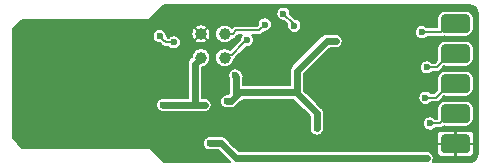
<source format=gbl>
G04 #@! TF.GenerationSoftware,KiCad,Pcbnew,5.0.0-rc1-44a33f2~62~ubuntu16.04.1*
G04 #@! TF.CreationDate,2018-03-27T11:26:02+02:00*
G04 #@! TF.ProjectId,ubmp_v1_pcbusb,75626D705F76315F7063627573622E6B,rev?*
G04 #@! TF.SameCoordinates,Original*
G04 #@! TF.FileFunction,Copper,L2,Bot,Signal*
G04 #@! TF.FilePolarity,Positive*
%FSLAX46Y46*%
G04 Gerber Fmt 4.6, Leading zero omitted, Abs format (unit mm)*
G04 Created by KiCad (PCBNEW 5.0.0-rc1-44a33f2~62~ubuntu16.04.1) date Tue Mar 27 11:26:02 2018*
%MOMM*%
%LPD*%
G01*
G04 APERTURE LIST*
%ADD10C,0.100000*%
%ADD11C,1.600000*%
%ADD12C,1.000000*%
%ADD13C,0.600000*%
%ADD14C,0.600000*%
%ADD15C,0.200000*%
G04 APERTURE END LIST*
D10*
G36*
X118139207Y-110281926D02*
X118178036Y-110287686D01*
X118216114Y-110297224D01*
X118253073Y-110310448D01*
X118288559Y-110327231D01*
X118322228Y-110347412D01*
X118353757Y-110370796D01*
X118382843Y-110397157D01*
X118409204Y-110426243D01*
X118432588Y-110457772D01*
X118452769Y-110491441D01*
X118469552Y-110526927D01*
X118482776Y-110563886D01*
X118492314Y-110601964D01*
X118498074Y-110640793D01*
X118500000Y-110680000D01*
X118500000Y-111480000D01*
X118498074Y-111519207D01*
X118492314Y-111558036D01*
X118482776Y-111596114D01*
X118469552Y-111633073D01*
X118452769Y-111668559D01*
X118432588Y-111702228D01*
X118409204Y-111733757D01*
X118382843Y-111762843D01*
X118353757Y-111789204D01*
X118322228Y-111812588D01*
X118288559Y-111832769D01*
X118253073Y-111849552D01*
X118216114Y-111862776D01*
X118178036Y-111872314D01*
X118139207Y-111878074D01*
X118100000Y-111880000D01*
X116400000Y-111880000D01*
X116360793Y-111878074D01*
X116321964Y-111872314D01*
X116283886Y-111862776D01*
X116246927Y-111849552D01*
X116211441Y-111832769D01*
X116177772Y-111812588D01*
X116146243Y-111789204D01*
X116117157Y-111762843D01*
X116090796Y-111733757D01*
X116067412Y-111702228D01*
X116047231Y-111668559D01*
X116030448Y-111633073D01*
X116017224Y-111596114D01*
X116007686Y-111558036D01*
X116001926Y-111519207D01*
X116000000Y-111480000D01*
X116000000Y-110680000D01*
X116001926Y-110640793D01*
X116007686Y-110601964D01*
X116017224Y-110563886D01*
X116030448Y-110526927D01*
X116047231Y-110491441D01*
X116067412Y-110457772D01*
X116090796Y-110426243D01*
X116117157Y-110397157D01*
X116146243Y-110370796D01*
X116177772Y-110347412D01*
X116211441Y-110327231D01*
X116246927Y-110310448D01*
X116283886Y-110297224D01*
X116321964Y-110287686D01*
X116360793Y-110281926D01*
X116400000Y-110280000D01*
X118100000Y-110280000D01*
X118139207Y-110281926D01*
X118139207Y-110281926D01*
G37*
D11*
X117250000Y-111080000D03*
D10*
G36*
X118139207Y-100121926D02*
X118178036Y-100127686D01*
X118216114Y-100137224D01*
X118253073Y-100150448D01*
X118288559Y-100167231D01*
X118322228Y-100187412D01*
X118353757Y-100210796D01*
X118382843Y-100237157D01*
X118409204Y-100266243D01*
X118432588Y-100297772D01*
X118452769Y-100331441D01*
X118469552Y-100366927D01*
X118482776Y-100403886D01*
X118492314Y-100441964D01*
X118498074Y-100480793D01*
X118500000Y-100520000D01*
X118500000Y-101320000D01*
X118498074Y-101359207D01*
X118492314Y-101398036D01*
X118482776Y-101436114D01*
X118469552Y-101473073D01*
X118452769Y-101508559D01*
X118432588Y-101542228D01*
X118409204Y-101573757D01*
X118382843Y-101602843D01*
X118353757Y-101629204D01*
X118322228Y-101652588D01*
X118288559Y-101672769D01*
X118253073Y-101689552D01*
X118216114Y-101702776D01*
X118178036Y-101712314D01*
X118139207Y-101718074D01*
X118100000Y-101720000D01*
X116400000Y-101720000D01*
X116360793Y-101718074D01*
X116321964Y-101712314D01*
X116283886Y-101702776D01*
X116246927Y-101689552D01*
X116211441Y-101672769D01*
X116177772Y-101652588D01*
X116146243Y-101629204D01*
X116117157Y-101602843D01*
X116090796Y-101573757D01*
X116067412Y-101542228D01*
X116047231Y-101508559D01*
X116030448Y-101473073D01*
X116017224Y-101436114D01*
X116007686Y-101398036D01*
X116001926Y-101359207D01*
X116000000Y-101320000D01*
X116000000Y-100520000D01*
X116001926Y-100480793D01*
X116007686Y-100441964D01*
X116017224Y-100403886D01*
X116030448Y-100366927D01*
X116047231Y-100331441D01*
X116067412Y-100297772D01*
X116090796Y-100266243D01*
X116117157Y-100237157D01*
X116146243Y-100210796D01*
X116177772Y-100187412D01*
X116211441Y-100167231D01*
X116246927Y-100150448D01*
X116283886Y-100137224D01*
X116321964Y-100127686D01*
X116360793Y-100121926D01*
X116400000Y-100120000D01*
X118100000Y-100120000D01*
X118139207Y-100121926D01*
X118139207Y-100121926D01*
G37*
D11*
X117250000Y-100920000D03*
D10*
G36*
X118139207Y-105201926D02*
X118178036Y-105207686D01*
X118216114Y-105217224D01*
X118253073Y-105230448D01*
X118288559Y-105247231D01*
X118322228Y-105267412D01*
X118353757Y-105290796D01*
X118382843Y-105317157D01*
X118409204Y-105346243D01*
X118432588Y-105377772D01*
X118452769Y-105411441D01*
X118469552Y-105446927D01*
X118482776Y-105483886D01*
X118492314Y-105521964D01*
X118498074Y-105560793D01*
X118500000Y-105600000D01*
X118500000Y-106400000D01*
X118498074Y-106439207D01*
X118492314Y-106478036D01*
X118482776Y-106516114D01*
X118469552Y-106553073D01*
X118452769Y-106588559D01*
X118432588Y-106622228D01*
X118409204Y-106653757D01*
X118382843Y-106682843D01*
X118353757Y-106709204D01*
X118322228Y-106732588D01*
X118288559Y-106752769D01*
X118253073Y-106769552D01*
X118216114Y-106782776D01*
X118178036Y-106792314D01*
X118139207Y-106798074D01*
X118100000Y-106800000D01*
X116400000Y-106800000D01*
X116360793Y-106798074D01*
X116321964Y-106792314D01*
X116283886Y-106782776D01*
X116246927Y-106769552D01*
X116211441Y-106752769D01*
X116177772Y-106732588D01*
X116146243Y-106709204D01*
X116117157Y-106682843D01*
X116090796Y-106653757D01*
X116067412Y-106622228D01*
X116047231Y-106588559D01*
X116030448Y-106553073D01*
X116017224Y-106516114D01*
X116007686Y-106478036D01*
X116001926Y-106439207D01*
X116000000Y-106400000D01*
X116000000Y-105600000D01*
X116001926Y-105560793D01*
X116007686Y-105521964D01*
X116017224Y-105483886D01*
X116030448Y-105446927D01*
X116047231Y-105411441D01*
X116067412Y-105377772D01*
X116090796Y-105346243D01*
X116117157Y-105317157D01*
X116146243Y-105290796D01*
X116177772Y-105267412D01*
X116211441Y-105247231D01*
X116246927Y-105230448D01*
X116283886Y-105217224D01*
X116321964Y-105207686D01*
X116360793Y-105201926D01*
X116400000Y-105200000D01*
X118100000Y-105200000D01*
X118139207Y-105201926D01*
X118139207Y-105201926D01*
G37*
D11*
X117250000Y-106000000D03*
D10*
G36*
X118139207Y-102661926D02*
X118178036Y-102667686D01*
X118216114Y-102677224D01*
X118253073Y-102690448D01*
X118288559Y-102707231D01*
X118322228Y-102727412D01*
X118353757Y-102750796D01*
X118382843Y-102777157D01*
X118409204Y-102806243D01*
X118432588Y-102837772D01*
X118452769Y-102871441D01*
X118469552Y-102906927D01*
X118482776Y-102943886D01*
X118492314Y-102981964D01*
X118498074Y-103020793D01*
X118500000Y-103060000D01*
X118500000Y-103860000D01*
X118498074Y-103899207D01*
X118492314Y-103938036D01*
X118482776Y-103976114D01*
X118469552Y-104013073D01*
X118452769Y-104048559D01*
X118432588Y-104082228D01*
X118409204Y-104113757D01*
X118382843Y-104142843D01*
X118353757Y-104169204D01*
X118322228Y-104192588D01*
X118288559Y-104212769D01*
X118253073Y-104229552D01*
X118216114Y-104242776D01*
X118178036Y-104252314D01*
X118139207Y-104258074D01*
X118100000Y-104260000D01*
X116400000Y-104260000D01*
X116360793Y-104258074D01*
X116321964Y-104252314D01*
X116283886Y-104242776D01*
X116246927Y-104229552D01*
X116211441Y-104212769D01*
X116177772Y-104192588D01*
X116146243Y-104169204D01*
X116117157Y-104142843D01*
X116090796Y-104113757D01*
X116067412Y-104082228D01*
X116047231Y-104048559D01*
X116030448Y-104013073D01*
X116017224Y-103976114D01*
X116007686Y-103938036D01*
X116001926Y-103899207D01*
X116000000Y-103860000D01*
X116000000Y-103060000D01*
X116001926Y-103020793D01*
X116007686Y-102981964D01*
X116017224Y-102943886D01*
X116030448Y-102906927D01*
X116047231Y-102871441D01*
X116067412Y-102837772D01*
X116090796Y-102806243D01*
X116117157Y-102777157D01*
X116146243Y-102750796D01*
X116177772Y-102727412D01*
X116211441Y-102707231D01*
X116246927Y-102690448D01*
X116283886Y-102677224D01*
X116321964Y-102667686D01*
X116360793Y-102661926D01*
X116400000Y-102660000D01*
X118100000Y-102660000D01*
X118139207Y-102661926D01*
X118139207Y-102661926D01*
G37*
D11*
X117250000Y-103460000D03*
D10*
G36*
X118139207Y-107741926D02*
X118178036Y-107747686D01*
X118216114Y-107757224D01*
X118253073Y-107770448D01*
X118288559Y-107787231D01*
X118322228Y-107807412D01*
X118353757Y-107830796D01*
X118382843Y-107857157D01*
X118409204Y-107886243D01*
X118432588Y-107917772D01*
X118452769Y-107951441D01*
X118469552Y-107986927D01*
X118482776Y-108023886D01*
X118492314Y-108061964D01*
X118498074Y-108100793D01*
X118500000Y-108140000D01*
X118500000Y-108940000D01*
X118498074Y-108979207D01*
X118492314Y-109018036D01*
X118482776Y-109056114D01*
X118469552Y-109093073D01*
X118452769Y-109128559D01*
X118432588Y-109162228D01*
X118409204Y-109193757D01*
X118382843Y-109222843D01*
X118353757Y-109249204D01*
X118322228Y-109272588D01*
X118288559Y-109292769D01*
X118253073Y-109309552D01*
X118216114Y-109322776D01*
X118178036Y-109332314D01*
X118139207Y-109338074D01*
X118100000Y-109340000D01*
X116400000Y-109340000D01*
X116360793Y-109338074D01*
X116321964Y-109332314D01*
X116283886Y-109322776D01*
X116246927Y-109309552D01*
X116211441Y-109292769D01*
X116177772Y-109272588D01*
X116146243Y-109249204D01*
X116117157Y-109222843D01*
X116090796Y-109193757D01*
X116067412Y-109162228D01*
X116047231Y-109128559D01*
X116030448Y-109093073D01*
X116017224Y-109056114D01*
X116007686Y-109018036D01*
X116001926Y-108979207D01*
X116000000Y-108940000D01*
X116000000Y-108140000D01*
X116001926Y-108100793D01*
X116007686Y-108061964D01*
X116017224Y-108023886D01*
X116030448Y-107986927D01*
X116047231Y-107951441D01*
X116067412Y-107917772D01*
X116090796Y-107886243D01*
X116117157Y-107857157D01*
X116146243Y-107830796D01*
X116177772Y-107807412D01*
X116211441Y-107787231D01*
X116246927Y-107770448D01*
X116283886Y-107757224D01*
X116321964Y-107747686D01*
X116360793Y-107741926D01*
X116400000Y-107740000D01*
X118100000Y-107740000D01*
X118139207Y-107741926D01*
X118139207Y-107741926D01*
G37*
D11*
X117250000Y-108540000D03*
D12*
X97700000Y-101800000D03*
X97700000Y-103800000D03*
X95700000Y-101800000D03*
X95700000Y-103800000D03*
D13*
X90400000Y-101800000D03*
X90400000Y-104000000D03*
X105500000Y-109800000D03*
X107100000Y-102400000D03*
X100200000Y-100900021D03*
X110500000Y-103500000D03*
X107200000Y-111500000D03*
X115400000Y-111250000D03*
X105100000Y-111400000D03*
X110547156Y-106812820D03*
X110874252Y-108730100D03*
X103600000Y-99700000D03*
X94675000Y-112075000D03*
X105250000Y-105500000D03*
X100750000Y-105500000D03*
X103000000Y-107750000D03*
X103000000Y-103250000D03*
X103000000Y-105500000D03*
X97900000Y-107499998D03*
X98600000Y-105300000D03*
X96000000Y-109400000D03*
X118800000Y-99700000D03*
X118800000Y-104800000D03*
X118800000Y-107200000D03*
X118800000Y-112300000D03*
X107150000Y-99650000D03*
X91300000Y-108400000D03*
X91300000Y-110700000D03*
X98800000Y-108900000D03*
X107400000Y-104400000D03*
X112000000Y-100700000D03*
X118800000Y-109800000D03*
X118800000Y-102100000D03*
X92800000Y-101100000D03*
X97100000Y-107400000D03*
X94200000Y-106600000D03*
X94700000Y-102800000D03*
X92200000Y-100400000D03*
X97150000Y-111950000D03*
X96000000Y-107800000D03*
X92200000Y-101975000D03*
X103600000Y-101100000D03*
X102678530Y-100072946D03*
X96449996Y-111050000D03*
X114800000Y-112300000D03*
X92500000Y-107800000D03*
X93414403Y-102508875D03*
X101100000Y-101000004D03*
X99600000Y-102300024D03*
X114400000Y-101650000D03*
X115075735Y-109375735D03*
X114825735Y-104625735D03*
X114700000Y-107200000D03*
D14*
X105500000Y-109375736D02*
X105500000Y-109800000D01*
X105500000Y-108500000D02*
X105500000Y-109375736D01*
X103750000Y-106750000D02*
X105500000Y-108500000D01*
X103850000Y-106650000D02*
X103850000Y-104900000D01*
X103750000Y-106750000D02*
X103850000Y-106650000D01*
X103850000Y-104900000D02*
X106350000Y-102400000D01*
X106350000Y-102400000D02*
X107100000Y-102400000D01*
X98700000Y-105400000D02*
X98700000Y-107050000D01*
X98600000Y-105300000D02*
X98700000Y-105400000D01*
X98700000Y-107050000D02*
X98250002Y-107499998D01*
X99000000Y-106750000D02*
X103750000Y-106750000D01*
X98250002Y-107499998D02*
X99000000Y-106750000D01*
X98250002Y-107499998D02*
X97900000Y-107499998D01*
X98250002Y-107499998D02*
X98000000Y-107499998D01*
X98000000Y-107499998D02*
X97900000Y-107499998D01*
D15*
X95700000Y-101800000D02*
X94700000Y-102800000D01*
D14*
X92500000Y-107800000D02*
X95800000Y-107800000D01*
X95500000Y-107800000D02*
X95800000Y-107800000D01*
X95800000Y-107800000D02*
X96000000Y-107800000D01*
D15*
X92499999Y-102274999D02*
X92200000Y-101975000D01*
X93414403Y-102508875D02*
X92733875Y-102508875D01*
X92733875Y-102508875D02*
X92499999Y-102274999D01*
X98407106Y-101800000D02*
X97700000Y-101800000D01*
X101100000Y-101000004D02*
X100599982Y-101500022D01*
X100599982Y-101500022D02*
X98707084Y-101500022D01*
X98707084Y-101500022D02*
X98407106Y-101800000D01*
X103600000Y-100994416D02*
X103600000Y-101100000D01*
X102678530Y-100072946D02*
X103600000Y-100994416D01*
D14*
X97400000Y-111050000D02*
X96874260Y-111050000D01*
X96874260Y-111050000D02*
X96449996Y-111050000D01*
X98650000Y-112300000D02*
X97400000Y-111050000D01*
X114800000Y-112300000D02*
X98650000Y-112300000D01*
X95700000Y-103800000D02*
X95200001Y-104299999D01*
X95200001Y-104299999D02*
X95200001Y-107799999D01*
X95200001Y-107799999D02*
X95200000Y-107800000D01*
D15*
X98300025Y-103599999D02*
X99300001Y-102600023D01*
X97700000Y-103599999D02*
X98300025Y-103599999D01*
X99300001Y-102600023D02*
X99600000Y-102300024D01*
X116050000Y-101650000D02*
X116780000Y-100920000D01*
X114400000Y-101650000D02*
X116050000Y-101650000D01*
X116780000Y-100920000D02*
X117250000Y-100920000D01*
X115924265Y-109375735D02*
X116760000Y-108540000D01*
X115075735Y-109375735D02*
X115924265Y-109375735D01*
X116760000Y-108540000D02*
X117250000Y-108540000D01*
X115674265Y-104625735D02*
X116840000Y-103460000D01*
X114825735Y-104625735D02*
X115674265Y-104625735D01*
X116840000Y-103460000D02*
X117250000Y-103460000D01*
X115600000Y-107200000D02*
X116800000Y-106000000D01*
X114700000Y-107200000D02*
X115600000Y-107200000D01*
X116800000Y-106000000D02*
X117250000Y-106000000D01*
G36*
X118621045Y-99388667D02*
X118737483Y-99423821D01*
X118844876Y-99480923D01*
X118939128Y-99557793D01*
X119016657Y-99651508D01*
X119074507Y-99758501D01*
X119110472Y-99874688D01*
X119125001Y-100012914D01*
X119125000Y-111981663D01*
X119111333Y-112121044D01*
X119076178Y-112237485D01*
X119019077Y-112344876D01*
X118942207Y-112439128D01*
X118848488Y-112516659D01*
X118741498Y-112574508D01*
X118625316Y-112610472D01*
X118487096Y-112625000D01*
X115306617Y-112625000D01*
X115315259Y-112608832D01*
X115331713Y-112584207D01*
X115343047Y-112556844D01*
X115357010Y-112530721D01*
X115365608Y-112502377D01*
X115376942Y-112475014D01*
X115382721Y-112445963D01*
X115391318Y-112417621D01*
X115394221Y-112388148D01*
X115400000Y-112359095D01*
X115400000Y-112329474D01*
X115402903Y-112300000D01*
X115400000Y-112270526D01*
X115400000Y-112240905D01*
X115394221Y-112211852D01*
X115391318Y-112182379D01*
X115382721Y-112154037D01*
X115376942Y-112124986D01*
X115365608Y-112097623D01*
X115357010Y-112069279D01*
X115343047Y-112043156D01*
X115331713Y-112015793D01*
X115315259Y-111991168D01*
X115301296Y-111965045D01*
X115282504Y-111942147D01*
X115266050Y-111917522D01*
X115245109Y-111896581D01*
X115226317Y-111873683D01*
X115203419Y-111854891D01*
X115182478Y-111833950D01*
X115157853Y-111817496D01*
X115134955Y-111798704D01*
X115108832Y-111784741D01*
X115084207Y-111768287D01*
X115056844Y-111756953D01*
X115030721Y-111742990D01*
X115002377Y-111734392D01*
X114975014Y-111723058D01*
X114945963Y-111717279D01*
X114917621Y-111708682D01*
X114888148Y-111705779D01*
X114859095Y-111700000D01*
X98898528Y-111700000D01*
X98358528Y-111160000D01*
X115700000Y-111160000D01*
X115700000Y-111909547D01*
X115711529Y-111967506D01*
X115734143Y-112022103D01*
X115766975Y-112071239D01*
X115808761Y-112113025D01*
X115857896Y-112145856D01*
X115912493Y-112168471D01*
X115970452Y-112180000D01*
X117170000Y-112180000D01*
X117245000Y-112105000D01*
X117245000Y-111085000D01*
X117255000Y-111085000D01*
X117255000Y-112105000D01*
X117330000Y-112180000D01*
X118529548Y-112180000D01*
X118587507Y-112168471D01*
X118642104Y-112145856D01*
X118691239Y-112113025D01*
X118733025Y-112071239D01*
X118765857Y-112022103D01*
X118788471Y-111967506D01*
X118800000Y-111909547D01*
X118800000Y-111160000D01*
X118725000Y-111085000D01*
X117255000Y-111085000D01*
X117245000Y-111085000D01*
X115775000Y-111085000D01*
X115700000Y-111160000D01*
X98358528Y-111160000D01*
X97845113Y-110646586D01*
X97826317Y-110623683D01*
X97734955Y-110548704D01*
X97630721Y-110492990D01*
X97517621Y-110458682D01*
X97429474Y-110450000D01*
X97400000Y-110447097D01*
X97370526Y-110450000D01*
X96390901Y-110450000D01*
X96361848Y-110455779D01*
X96332375Y-110458682D01*
X96304033Y-110467279D01*
X96274982Y-110473058D01*
X96247619Y-110484392D01*
X96219275Y-110492990D01*
X96193152Y-110506953D01*
X96165789Y-110518287D01*
X96141164Y-110534741D01*
X96115041Y-110548704D01*
X96092143Y-110567496D01*
X96067518Y-110583950D01*
X96046577Y-110604891D01*
X96023679Y-110623683D01*
X96004887Y-110646581D01*
X95983946Y-110667522D01*
X95967492Y-110692147D01*
X95948700Y-110715045D01*
X95934737Y-110741168D01*
X95918283Y-110765793D01*
X95906949Y-110793156D01*
X95892986Y-110819279D01*
X95884388Y-110847623D01*
X95873054Y-110874986D01*
X95867275Y-110904037D01*
X95858678Y-110932379D01*
X95855775Y-110961852D01*
X95849996Y-110990905D01*
X95849996Y-111020526D01*
X95847093Y-111050000D01*
X95849996Y-111079474D01*
X95849996Y-111109095D01*
X95855775Y-111138148D01*
X95858678Y-111167621D01*
X95867275Y-111195963D01*
X95873054Y-111225014D01*
X95884388Y-111252377D01*
X95892986Y-111280721D01*
X95906949Y-111306844D01*
X95918283Y-111334207D01*
X95934737Y-111358832D01*
X95948700Y-111384955D01*
X95967492Y-111407853D01*
X95983946Y-111432478D01*
X96004887Y-111453419D01*
X96023679Y-111476317D01*
X96046577Y-111495109D01*
X96067518Y-111516050D01*
X96092143Y-111532504D01*
X96115041Y-111551296D01*
X96141164Y-111565259D01*
X96165789Y-111581713D01*
X96193152Y-111593047D01*
X96219275Y-111607010D01*
X96247619Y-111615608D01*
X96274982Y-111626942D01*
X96304033Y-111632721D01*
X96332375Y-111641318D01*
X96361848Y-111644221D01*
X96390901Y-111650000D01*
X97151473Y-111650000D01*
X98126472Y-112625000D01*
X92555331Y-112625000D01*
X91478195Y-111547866D01*
X91466448Y-111533552D01*
X91409347Y-111486691D01*
X91344200Y-111451869D01*
X91273513Y-111430426D01*
X91218419Y-111425000D01*
X91218416Y-111425000D01*
X91200000Y-111423186D01*
X91181584Y-111425000D01*
X80555330Y-111425000D01*
X79775000Y-110644671D01*
X79775000Y-107800000D01*
X91897097Y-107800000D01*
X91900000Y-107829473D01*
X91900000Y-107859095D01*
X91905779Y-107888148D01*
X91908682Y-107917621D01*
X91917279Y-107945963D01*
X91923058Y-107975014D01*
X91934392Y-108002377D01*
X91942990Y-108030721D01*
X91956953Y-108056844D01*
X91968287Y-108084207D01*
X91984741Y-108108832D01*
X91998704Y-108134955D01*
X92017496Y-108157853D01*
X92033950Y-108182478D01*
X92054891Y-108203419D01*
X92073683Y-108226317D01*
X92096581Y-108245109D01*
X92117522Y-108266050D01*
X92142147Y-108282504D01*
X92165045Y-108301296D01*
X92191168Y-108315259D01*
X92215793Y-108331713D01*
X92243156Y-108343047D01*
X92269279Y-108357010D01*
X92297623Y-108365608D01*
X92324986Y-108376942D01*
X92354037Y-108382721D01*
X92382379Y-108391318D01*
X92411852Y-108394221D01*
X92440905Y-108400000D01*
X95170526Y-108400000D01*
X95200000Y-108402903D01*
X95229474Y-108400000D01*
X96059095Y-108400000D01*
X96088148Y-108394221D01*
X96117621Y-108391318D01*
X96145963Y-108382721D01*
X96175014Y-108376942D01*
X96202377Y-108365608D01*
X96230721Y-108357010D01*
X96256844Y-108343047D01*
X96284207Y-108331713D01*
X96308832Y-108315259D01*
X96334955Y-108301296D01*
X96357853Y-108282504D01*
X96382478Y-108266050D01*
X96403419Y-108245109D01*
X96426317Y-108226317D01*
X96445109Y-108203419D01*
X96466050Y-108182478D01*
X96482504Y-108157853D01*
X96501296Y-108134955D01*
X96515259Y-108108832D01*
X96531713Y-108084207D01*
X96543047Y-108056844D01*
X96557010Y-108030721D01*
X96565608Y-108002377D01*
X96576942Y-107975014D01*
X96582721Y-107945963D01*
X96591318Y-107917621D01*
X96594221Y-107888148D01*
X96600000Y-107859095D01*
X96600000Y-107829473D01*
X96602903Y-107800000D01*
X96600000Y-107770526D01*
X96600000Y-107740905D01*
X96594221Y-107711852D01*
X96591318Y-107682379D01*
X96582721Y-107654037D01*
X96576942Y-107624986D01*
X96565608Y-107597623D01*
X96557010Y-107569279D01*
X96543047Y-107543156D01*
X96531713Y-107515793D01*
X96521160Y-107499998D01*
X97297097Y-107499998D01*
X97300000Y-107529472D01*
X97300000Y-107559093D01*
X97305779Y-107588146D01*
X97308682Y-107617619D01*
X97317279Y-107645961D01*
X97323058Y-107675012D01*
X97334392Y-107702375D01*
X97342990Y-107730719D01*
X97356953Y-107756842D01*
X97368287Y-107784205D01*
X97384741Y-107808830D01*
X97398704Y-107834953D01*
X97417496Y-107857851D01*
X97433950Y-107882476D01*
X97454891Y-107903417D01*
X97473683Y-107926315D01*
X97496581Y-107945107D01*
X97517522Y-107966048D01*
X97542147Y-107982502D01*
X97565045Y-108001294D01*
X97591168Y-108015257D01*
X97615793Y-108031711D01*
X97643156Y-108043045D01*
X97669279Y-108057008D01*
X97697623Y-108065606D01*
X97724986Y-108076940D01*
X97754037Y-108082719D01*
X97782379Y-108091316D01*
X97811852Y-108094219D01*
X97840905Y-108099998D01*
X98220528Y-108099998D01*
X98250002Y-108102901D01*
X98279476Y-108099998D01*
X98367623Y-108091316D01*
X98480723Y-108057008D01*
X98584957Y-108001294D01*
X98676319Y-107926315D01*
X98695115Y-107903412D01*
X98848232Y-107750295D01*
X99103420Y-107495108D01*
X99126317Y-107476317D01*
X99145108Y-107453421D01*
X99248529Y-107350000D01*
X103501473Y-107350000D01*
X104900000Y-108748528D01*
X104900000Y-109859095D01*
X104905779Y-109888148D01*
X104908682Y-109917621D01*
X104917279Y-109945963D01*
X104923058Y-109975014D01*
X104934392Y-110002377D01*
X104942990Y-110030721D01*
X104956952Y-110056842D01*
X104968287Y-110084207D01*
X104984745Y-110108838D01*
X104998705Y-110134955D01*
X105017492Y-110157847D01*
X105033950Y-110182478D01*
X105054897Y-110203425D01*
X105073684Y-110226317D01*
X105096576Y-110245104D01*
X105117522Y-110266050D01*
X105142152Y-110282507D01*
X105165046Y-110301296D01*
X105191164Y-110315256D01*
X105215793Y-110331713D01*
X105243161Y-110343049D01*
X105269280Y-110357010D01*
X105297620Y-110365607D01*
X105324986Y-110376942D01*
X105354040Y-110382721D01*
X105382380Y-110391318D01*
X105411851Y-110394221D01*
X105440905Y-110400000D01*
X105470526Y-110400000D01*
X105500000Y-110402903D01*
X105529474Y-110400000D01*
X105559095Y-110400000D01*
X105588148Y-110394221D01*
X105617621Y-110391318D01*
X105645963Y-110382721D01*
X105675014Y-110376942D01*
X105702377Y-110365608D01*
X105730721Y-110357010D01*
X105756844Y-110343047D01*
X105784207Y-110331713D01*
X105808832Y-110315259D01*
X105834955Y-110301296D01*
X105857853Y-110282504D01*
X105882478Y-110266050D01*
X105898075Y-110250453D01*
X115700000Y-110250453D01*
X115700000Y-111000000D01*
X115775000Y-111075000D01*
X117245000Y-111075000D01*
X117245000Y-110055000D01*
X117255000Y-110055000D01*
X117255000Y-111075000D01*
X118725000Y-111075000D01*
X118800000Y-111000000D01*
X118800000Y-110250453D01*
X118788471Y-110192494D01*
X118765857Y-110137897D01*
X118733025Y-110088761D01*
X118691239Y-110046975D01*
X118642104Y-110014144D01*
X118587507Y-109991529D01*
X118529548Y-109980000D01*
X117330000Y-109980000D01*
X117255000Y-110055000D01*
X117245000Y-110055000D01*
X117170000Y-109980000D01*
X115970452Y-109980000D01*
X115912493Y-109991529D01*
X115857896Y-110014144D01*
X115808761Y-110046975D01*
X115766975Y-110088761D01*
X115734143Y-110137897D01*
X115711529Y-110192494D01*
X115700000Y-110250453D01*
X105898075Y-110250453D01*
X105903419Y-110245109D01*
X105926317Y-110226317D01*
X105945109Y-110203419D01*
X105966050Y-110182478D01*
X105982504Y-110157853D01*
X106001296Y-110134955D01*
X106015259Y-110108832D01*
X106031713Y-110084207D01*
X106043047Y-110056844D01*
X106057010Y-110030721D01*
X106065608Y-110002377D01*
X106076942Y-109975014D01*
X106082721Y-109945963D01*
X106091318Y-109917621D01*
X106094221Y-109888148D01*
X106100000Y-109859095D01*
X106100000Y-109316640D01*
X114475735Y-109316640D01*
X114475735Y-109434830D01*
X114498793Y-109550749D01*
X114544022Y-109659942D01*
X114609685Y-109758213D01*
X114693257Y-109841785D01*
X114791528Y-109907448D01*
X114900721Y-109952677D01*
X115016640Y-109975735D01*
X115134830Y-109975735D01*
X115250749Y-109952677D01*
X115359942Y-109907448D01*
X115458213Y-109841785D01*
X115524263Y-109775735D01*
X115904619Y-109775735D01*
X115924265Y-109777670D01*
X115943911Y-109775735D01*
X115943912Y-109775735D01*
X116002679Y-109769947D01*
X116078079Y-109747075D01*
X116147568Y-109709932D01*
X116208476Y-109659946D01*
X116221002Y-109644683D01*
X116243634Y-109622052D01*
X116263154Y-109627973D01*
X116400000Y-109641451D01*
X118100000Y-109641451D01*
X118236846Y-109627973D01*
X118368434Y-109588056D01*
X118489705Y-109523235D01*
X118596001Y-109436001D01*
X118683235Y-109329705D01*
X118748056Y-109208434D01*
X118787973Y-109076846D01*
X118801451Y-108940000D01*
X118801451Y-108140000D01*
X118787973Y-108003154D01*
X118748056Y-107871566D01*
X118683235Y-107750295D01*
X118596001Y-107643999D01*
X118489705Y-107556765D01*
X118368434Y-107491944D01*
X118236846Y-107452027D01*
X118100000Y-107438549D01*
X116400000Y-107438549D01*
X116263154Y-107452027D01*
X116131566Y-107491944D01*
X116010295Y-107556765D01*
X115903999Y-107643999D01*
X115816765Y-107750295D01*
X115751944Y-107871566D01*
X115712027Y-108003154D01*
X115698549Y-108140000D01*
X115698549Y-108940000D01*
X115702069Y-108975735D01*
X115524263Y-108975735D01*
X115458213Y-108909685D01*
X115359942Y-108844022D01*
X115250749Y-108798793D01*
X115134830Y-108775735D01*
X115016640Y-108775735D01*
X114900721Y-108798793D01*
X114791528Y-108844022D01*
X114693257Y-108909685D01*
X114609685Y-108993257D01*
X114544022Y-109091528D01*
X114498793Y-109200721D01*
X114475735Y-109316640D01*
X106100000Y-109316640D01*
X106100000Y-108529474D01*
X106102903Y-108500000D01*
X106093340Y-108402903D01*
X106091318Y-108382379D01*
X106057010Y-108269279D01*
X106001296Y-108165045D01*
X105926317Y-108073683D01*
X105903420Y-108054892D01*
X104989433Y-107140905D01*
X114100000Y-107140905D01*
X114100000Y-107259095D01*
X114123058Y-107375014D01*
X114168287Y-107484207D01*
X114233950Y-107582478D01*
X114317522Y-107666050D01*
X114415793Y-107731713D01*
X114524986Y-107776942D01*
X114640905Y-107800000D01*
X114759095Y-107800000D01*
X114875014Y-107776942D01*
X114984207Y-107731713D01*
X115082478Y-107666050D01*
X115148528Y-107600000D01*
X115580354Y-107600000D01*
X115600000Y-107601935D01*
X115619646Y-107600000D01*
X115619647Y-107600000D01*
X115678414Y-107594212D01*
X115753814Y-107571340D01*
X115823303Y-107534197D01*
X115884211Y-107484211D01*
X115896737Y-107468948D01*
X116276407Y-107089278D01*
X116400000Y-107101451D01*
X118100000Y-107101451D01*
X118236846Y-107087973D01*
X118368434Y-107048056D01*
X118489705Y-106983235D01*
X118596001Y-106896001D01*
X118683235Y-106789705D01*
X118748056Y-106668434D01*
X118787973Y-106536846D01*
X118801451Y-106400000D01*
X118801451Y-105600000D01*
X118787973Y-105463154D01*
X118748056Y-105331566D01*
X118683235Y-105210295D01*
X118596001Y-105103999D01*
X118489705Y-105016765D01*
X118368434Y-104951944D01*
X118236846Y-104912027D01*
X118100000Y-104898549D01*
X116400000Y-104898549D01*
X116263154Y-104912027D01*
X116131566Y-104951944D01*
X116010295Y-105016765D01*
X115903999Y-105103999D01*
X115816765Y-105210295D01*
X115751944Y-105331566D01*
X115712027Y-105463154D01*
X115698549Y-105600000D01*
X115698549Y-106400000D01*
X115710722Y-106523593D01*
X115434315Y-106800000D01*
X115148528Y-106800000D01*
X115082478Y-106733950D01*
X114984207Y-106668287D01*
X114875014Y-106623058D01*
X114759095Y-106600000D01*
X114640905Y-106600000D01*
X114524986Y-106623058D01*
X114415793Y-106668287D01*
X114317522Y-106733950D01*
X114233950Y-106817522D01*
X114168287Y-106915793D01*
X114123058Y-107024986D01*
X114100000Y-107140905D01*
X104989433Y-107140905D01*
X104450000Y-106601473D01*
X104450000Y-105148527D01*
X105031887Y-104566640D01*
X114225735Y-104566640D01*
X114225735Y-104684830D01*
X114248793Y-104800749D01*
X114294022Y-104909942D01*
X114359685Y-105008213D01*
X114443257Y-105091785D01*
X114541528Y-105157448D01*
X114650721Y-105202677D01*
X114766640Y-105225735D01*
X114884830Y-105225735D01*
X115000749Y-105202677D01*
X115109942Y-105157448D01*
X115208213Y-105091785D01*
X115274263Y-105025735D01*
X115654619Y-105025735D01*
X115674265Y-105027670D01*
X115693911Y-105025735D01*
X115693912Y-105025735D01*
X115752679Y-105019947D01*
X115828079Y-104997075D01*
X115897568Y-104959932D01*
X115958476Y-104909946D01*
X115971002Y-104894683D01*
X116312821Y-104552865D01*
X116400000Y-104561451D01*
X118100000Y-104561451D01*
X118236846Y-104547973D01*
X118368434Y-104508056D01*
X118489705Y-104443235D01*
X118596001Y-104356001D01*
X118683235Y-104249705D01*
X118748056Y-104128434D01*
X118787973Y-103996846D01*
X118801451Y-103860000D01*
X118801451Y-103060000D01*
X118787973Y-102923154D01*
X118748056Y-102791566D01*
X118683235Y-102670295D01*
X118596001Y-102563999D01*
X118489705Y-102476765D01*
X118368434Y-102411944D01*
X118236846Y-102372027D01*
X118100000Y-102358549D01*
X116400000Y-102358549D01*
X116263154Y-102372027D01*
X116131566Y-102411944D01*
X116010295Y-102476765D01*
X115903999Y-102563999D01*
X115816765Y-102670295D01*
X115751944Y-102791566D01*
X115712027Y-102923154D01*
X115698549Y-103060000D01*
X115698549Y-103860000D01*
X115712027Y-103996846D01*
X115717948Y-104016366D01*
X115508580Y-104225735D01*
X115274263Y-104225735D01*
X115208213Y-104159685D01*
X115109942Y-104094022D01*
X115000749Y-104048793D01*
X114884830Y-104025735D01*
X114766640Y-104025735D01*
X114650721Y-104048793D01*
X114541528Y-104094022D01*
X114443257Y-104159685D01*
X114359685Y-104243257D01*
X114294022Y-104341528D01*
X114248793Y-104450721D01*
X114225735Y-104566640D01*
X105031887Y-104566640D01*
X106598528Y-103000000D01*
X107159095Y-103000000D01*
X107188148Y-102994221D01*
X107217621Y-102991318D01*
X107245963Y-102982721D01*
X107275014Y-102976942D01*
X107302377Y-102965608D01*
X107330721Y-102957010D01*
X107356844Y-102943047D01*
X107384207Y-102931713D01*
X107408832Y-102915259D01*
X107434955Y-102901296D01*
X107457853Y-102882504D01*
X107482478Y-102866050D01*
X107503419Y-102845109D01*
X107526317Y-102826317D01*
X107545109Y-102803419D01*
X107566050Y-102782478D01*
X107582504Y-102757853D01*
X107601296Y-102734955D01*
X107615259Y-102708832D01*
X107631713Y-102684207D01*
X107643047Y-102656844D01*
X107657010Y-102630721D01*
X107665608Y-102602377D01*
X107676942Y-102575014D01*
X107682721Y-102545963D01*
X107691318Y-102517621D01*
X107694221Y-102488148D01*
X107700000Y-102459095D01*
X107700000Y-102429474D01*
X107702903Y-102400000D01*
X107700000Y-102370526D01*
X107700000Y-102340905D01*
X107694221Y-102311852D01*
X107691318Y-102282379D01*
X107682721Y-102254037D01*
X107676942Y-102224986D01*
X107665608Y-102197623D01*
X107657010Y-102169279D01*
X107643047Y-102143156D01*
X107631713Y-102115793D01*
X107615259Y-102091168D01*
X107601296Y-102065045D01*
X107582504Y-102042147D01*
X107566050Y-102017522D01*
X107545109Y-101996581D01*
X107526317Y-101973683D01*
X107503419Y-101954891D01*
X107482478Y-101933950D01*
X107457853Y-101917496D01*
X107434955Y-101898704D01*
X107408832Y-101884741D01*
X107384207Y-101868287D01*
X107356844Y-101856953D01*
X107330721Y-101842990D01*
X107302377Y-101834392D01*
X107275014Y-101823058D01*
X107245963Y-101817279D01*
X107217621Y-101808682D01*
X107188148Y-101805779D01*
X107159095Y-101800000D01*
X106379474Y-101800000D01*
X106350000Y-101797097D01*
X106320526Y-101800000D01*
X106232379Y-101808682D01*
X106119279Y-101842990D01*
X106015045Y-101898704D01*
X105923683Y-101973683D01*
X105904891Y-101996581D01*
X103446582Y-104454891D01*
X103423684Y-104473683D01*
X103348705Y-104565045D01*
X103316266Y-104625735D01*
X103292991Y-104669279D01*
X103258682Y-104782380D01*
X103247097Y-104900000D01*
X103250001Y-104929483D01*
X103250000Y-106150000D01*
X99300000Y-106150000D01*
X99300000Y-105429473D01*
X99302903Y-105399999D01*
X99291318Y-105282379D01*
X99274135Y-105225735D01*
X99257010Y-105169279D01*
X99201296Y-105065045D01*
X99126317Y-104973683D01*
X99103419Y-104954891D01*
X99066051Y-104917524D01*
X99066050Y-104917522D01*
X98982478Y-104833950D01*
X98957842Y-104817489D01*
X98934954Y-104798705D01*
X98908843Y-104784748D01*
X98884207Y-104768287D01*
X98856834Y-104756949D01*
X98830721Y-104742991D01*
X98802384Y-104734395D01*
X98775014Y-104723058D01*
X98745958Y-104717278D01*
X98717620Y-104708682D01*
X98688149Y-104705779D01*
X98659095Y-104700000D01*
X98629474Y-104700000D01*
X98600000Y-104697097D01*
X98570526Y-104700000D01*
X98540905Y-104700000D01*
X98511851Y-104705779D01*
X98482380Y-104708682D01*
X98454042Y-104717278D01*
X98424986Y-104723058D01*
X98397616Y-104734395D01*
X98369279Y-104742991D01*
X98343166Y-104756949D01*
X98315793Y-104768287D01*
X98291157Y-104784748D01*
X98265046Y-104798705D01*
X98242159Y-104817488D01*
X98217522Y-104833950D01*
X98196571Y-104854901D01*
X98173684Y-104873684D01*
X98154901Y-104896571D01*
X98133950Y-104917522D01*
X98117488Y-104942159D01*
X98098705Y-104965046D01*
X98084748Y-104991157D01*
X98068287Y-105015793D01*
X98056949Y-105043166D01*
X98042991Y-105069279D01*
X98034395Y-105097616D01*
X98023058Y-105124986D01*
X98017278Y-105154042D01*
X98008682Y-105182380D01*
X98005779Y-105211851D01*
X98000000Y-105240905D01*
X98000000Y-105270526D01*
X97997097Y-105300000D01*
X98000000Y-105329474D01*
X98000000Y-105359095D01*
X98005779Y-105388149D01*
X98008682Y-105417620D01*
X98017278Y-105445958D01*
X98023058Y-105475014D01*
X98034395Y-105502384D01*
X98042991Y-105530721D01*
X98056949Y-105556834D01*
X98068287Y-105584207D01*
X98084748Y-105608843D01*
X98098705Y-105634954D01*
X98100000Y-105636532D01*
X98100001Y-106801471D01*
X98001475Y-106899998D01*
X97840905Y-106899998D01*
X97811852Y-106905777D01*
X97782379Y-106908680D01*
X97754037Y-106917277D01*
X97724986Y-106923056D01*
X97697623Y-106934390D01*
X97669279Y-106942988D01*
X97643156Y-106956951D01*
X97615793Y-106968285D01*
X97591168Y-106984739D01*
X97565045Y-106998702D01*
X97542147Y-107017494D01*
X97517522Y-107033948D01*
X97496581Y-107054889D01*
X97473683Y-107073681D01*
X97454894Y-107096576D01*
X97433950Y-107117520D01*
X97417496Y-107142145D01*
X97398704Y-107165043D01*
X97384741Y-107191166D01*
X97368287Y-107215791D01*
X97356953Y-107243154D01*
X97342990Y-107269277D01*
X97334392Y-107297621D01*
X97323058Y-107324984D01*
X97317279Y-107354035D01*
X97308682Y-107382377D01*
X97305779Y-107411850D01*
X97300000Y-107440903D01*
X97300000Y-107470524D01*
X97297097Y-107499998D01*
X96521160Y-107499998D01*
X96515259Y-107491168D01*
X96501296Y-107465045D01*
X96482504Y-107442147D01*
X96466050Y-107417522D01*
X96445106Y-107396578D01*
X96426317Y-107373683D01*
X96403419Y-107354891D01*
X96382478Y-107333950D01*
X96357853Y-107317496D01*
X96334955Y-107298704D01*
X96308832Y-107284741D01*
X96284207Y-107268287D01*
X96256844Y-107256953D01*
X96230721Y-107242990D01*
X96202377Y-107234392D01*
X96175014Y-107223058D01*
X96145963Y-107217279D01*
X96117621Y-107208682D01*
X96088148Y-107205779D01*
X96059095Y-107200000D01*
X95800001Y-107200000D01*
X95800001Y-104595782D01*
X95933351Y-104569257D01*
X96078942Y-104508951D01*
X96209970Y-104421401D01*
X96321401Y-104309970D01*
X96408951Y-104178942D01*
X96469257Y-104033351D01*
X96500000Y-103878793D01*
X96500000Y-103721207D01*
X96469257Y-103566649D01*
X96408951Y-103421058D01*
X96321401Y-103290030D01*
X96209970Y-103178599D01*
X96078942Y-103091049D01*
X95933351Y-103030743D01*
X95778793Y-103000000D01*
X95621207Y-103000000D01*
X95466649Y-103030743D01*
X95321058Y-103091049D01*
X95190030Y-103178599D01*
X95078599Y-103290030D01*
X94991049Y-103421058D01*
X94930743Y-103566649D01*
X94900000Y-103721207D01*
X94900000Y-103751472D01*
X94796586Y-103854886D01*
X94773684Y-103873682D01*
X94698705Y-103965045D01*
X94642991Y-104069279D01*
X94625047Y-104128434D01*
X94608683Y-104182379D01*
X94597098Y-104299999D01*
X94600001Y-104329473D01*
X94600002Y-107200000D01*
X92440905Y-107200000D01*
X92411852Y-107205779D01*
X92382379Y-107208682D01*
X92354037Y-107217279D01*
X92324986Y-107223058D01*
X92297623Y-107234392D01*
X92269279Y-107242990D01*
X92243156Y-107256953D01*
X92215793Y-107268287D01*
X92191168Y-107284741D01*
X92165045Y-107298704D01*
X92142147Y-107317496D01*
X92117522Y-107333950D01*
X92096581Y-107354891D01*
X92073683Y-107373683D01*
X92054894Y-107396578D01*
X92033950Y-107417522D01*
X92017496Y-107442147D01*
X91998704Y-107465045D01*
X91984741Y-107491168D01*
X91968287Y-107515793D01*
X91956953Y-107543156D01*
X91942990Y-107569279D01*
X91934392Y-107597623D01*
X91923058Y-107624986D01*
X91917279Y-107654037D01*
X91908682Y-107682379D01*
X91905779Y-107711852D01*
X91900000Y-107740905D01*
X91900000Y-107770526D01*
X91897097Y-107800000D01*
X79775000Y-107800000D01*
X79775000Y-101915905D01*
X91600000Y-101915905D01*
X91600000Y-102034095D01*
X91623058Y-102150014D01*
X91668287Y-102259207D01*
X91733950Y-102357478D01*
X91817522Y-102441050D01*
X91915793Y-102506713D01*
X92024986Y-102551942D01*
X92140905Y-102575000D01*
X92234315Y-102575000D01*
X92437134Y-102777818D01*
X92449664Y-102793086D01*
X92510572Y-102843072D01*
X92580061Y-102880215D01*
X92655461Y-102903087D01*
X92733875Y-102910810D01*
X92753522Y-102908875D01*
X92965875Y-102908875D01*
X93031925Y-102974925D01*
X93130196Y-103040588D01*
X93239389Y-103085817D01*
X93355308Y-103108875D01*
X93473498Y-103108875D01*
X93589417Y-103085817D01*
X93698610Y-103040588D01*
X93796881Y-102974925D01*
X93880453Y-102891353D01*
X93946116Y-102793082D01*
X93991345Y-102683889D01*
X94014403Y-102567970D01*
X94014403Y-102449780D01*
X93991345Y-102333861D01*
X93985154Y-102318913D01*
X95188158Y-102318913D01*
X95231551Y-102453271D01*
X95367999Y-102532109D01*
X95517206Y-102582811D01*
X95673438Y-102603431D01*
X95830690Y-102593175D01*
X95982919Y-102552438D01*
X96124276Y-102482786D01*
X96168449Y-102453271D01*
X96211842Y-102318913D01*
X95700000Y-101807071D01*
X95188158Y-102318913D01*
X93985154Y-102318913D01*
X93946116Y-102224668D01*
X93880453Y-102126397D01*
X93796881Y-102042825D01*
X93698610Y-101977162D01*
X93589417Y-101931933D01*
X93473498Y-101908875D01*
X93355308Y-101908875D01*
X93239389Y-101931933D01*
X93130196Y-101977162D01*
X93031925Y-102042825D01*
X92965875Y-102108875D01*
X92899560Y-102108875D01*
X92800000Y-102009315D01*
X92800000Y-101915905D01*
X92776942Y-101799986D01*
X92765946Y-101773438D01*
X94896569Y-101773438D01*
X94906825Y-101930690D01*
X94947562Y-102082919D01*
X95017214Y-102224276D01*
X95046729Y-102268449D01*
X95181087Y-102311842D01*
X95692929Y-101800000D01*
X95707071Y-101800000D01*
X96218913Y-102311842D01*
X96353271Y-102268449D01*
X96432109Y-102132001D01*
X96482811Y-101982794D01*
X96503431Y-101826562D01*
X96496560Y-101721207D01*
X96900000Y-101721207D01*
X96900000Y-101878793D01*
X96930743Y-102033351D01*
X96991049Y-102178942D01*
X97078599Y-102309970D01*
X97190030Y-102421401D01*
X97321058Y-102508951D01*
X97466649Y-102569257D01*
X97621207Y-102600000D01*
X97778793Y-102600000D01*
X97933351Y-102569257D01*
X98078942Y-102508951D01*
X98209970Y-102421401D01*
X98321401Y-102309970D01*
X98394422Y-102200686D01*
X98407106Y-102201935D01*
X98426752Y-102200000D01*
X98426753Y-102200000D01*
X98485520Y-102194212D01*
X98560920Y-102171340D01*
X98630409Y-102134197D01*
X98691317Y-102084211D01*
X98703843Y-102068948D01*
X98872770Y-101900022D01*
X99151474Y-101900022D01*
X99133950Y-101917546D01*
X99068287Y-102015817D01*
X99023058Y-102125010D01*
X99000000Y-102240929D01*
X99000000Y-102334339D01*
X98177461Y-103156878D01*
X98078942Y-103091049D01*
X97933351Y-103030743D01*
X97778793Y-103000000D01*
X97621207Y-103000000D01*
X97466649Y-103030743D01*
X97321058Y-103091049D01*
X97190030Y-103178599D01*
X97078599Y-103290030D01*
X96991049Y-103421058D01*
X96930743Y-103566649D01*
X96900000Y-103721207D01*
X96900000Y-103878793D01*
X96930743Y-104033351D01*
X96991049Y-104178942D01*
X97078599Y-104309970D01*
X97190030Y-104421401D01*
X97321058Y-104508951D01*
X97466649Y-104569257D01*
X97621207Y-104600000D01*
X97778793Y-104600000D01*
X97933351Y-104569257D01*
X98078942Y-104508951D01*
X98209970Y-104421401D01*
X98321401Y-104309970D01*
X98408951Y-104178942D01*
X98469257Y-104033351D01*
X98484893Y-103954740D01*
X98523328Y-103934196D01*
X98584236Y-103884210D01*
X98596762Y-103868947D01*
X99565685Y-102900024D01*
X99659095Y-102900024D01*
X99775014Y-102876966D01*
X99884207Y-102831737D01*
X99982478Y-102766074D01*
X100066050Y-102682502D01*
X100131713Y-102584231D01*
X100176942Y-102475038D01*
X100200000Y-102359119D01*
X100200000Y-102240929D01*
X100176942Y-102125010D01*
X100131713Y-102015817D01*
X100066050Y-101917546D01*
X100048526Y-101900022D01*
X100580336Y-101900022D01*
X100599982Y-101901957D01*
X100619628Y-101900022D01*
X100619629Y-101900022D01*
X100678396Y-101894234D01*
X100753796Y-101871362D01*
X100823285Y-101834219D01*
X100884193Y-101784233D01*
X100896719Y-101768970D01*
X101065685Y-101600004D01*
X101159095Y-101600004D01*
X101275014Y-101576946D01*
X101384207Y-101531717D01*
X101482478Y-101466054D01*
X101566050Y-101382482D01*
X101631713Y-101284211D01*
X101676942Y-101175018D01*
X101700000Y-101059099D01*
X101700000Y-100940909D01*
X101676942Y-100824990D01*
X101631713Y-100715797D01*
X101566050Y-100617526D01*
X101482478Y-100533954D01*
X101384207Y-100468291D01*
X101275014Y-100423062D01*
X101159095Y-100400004D01*
X101040905Y-100400004D01*
X100924986Y-100423062D01*
X100815793Y-100468291D01*
X100717522Y-100533954D01*
X100633950Y-100617526D01*
X100568287Y-100715797D01*
X100523058Y-100824990D01*
X100500000Y-100940909D01*
X100500000Y-101034319D01*
X100434297Y-101100022D01*
X98726730Y-101100022D01*
X98707084Y-101098087D01*
X98687437Y-101100022D01*
X98628670Y-101105810D01*
X98553270Y-101128682D01*
X98496372Y-101159095D01*
X98483781Y-101165825D01*
X98438133Y-101203287D01*
X98438131Y-101203289D01*
X98422873Y-101215811D01*
X98410351Y-101231069D01*
X98333413Y-101308007D01*
X98321401Y-101290030D01*
X98209970Y-101178599D01*
X98078942Y-101091049D01*
X97933351Y-101030743D01*
X97778793Y-101000000D01*
X97621207Y-101000000D01*
X97466649Y-101030743D01*
X97321058Y-101091049D01*
X97190030Y-101178599D01*
X97078599Y-101290030D01*
X96991049Y-101421058D01*
X96930743Y-101566649D01*
X96900000Y-101721207D01*
X96496560Y-101721207D01*
X96493175Y-101669310D01*
X96452438Y-101517081D01*
X96382786Y-101375724D01*
X96353271Y-101331551D01*
X96218913Y-101288158D01*
X95707071Y-101800000D01*
X95692929Y-101800000D01*
X95181087Y-101288158D01*
X95046729Y-101331551D01*
X94967891Y-101467999D01*
X94917189Y-101617206D01*
X94896569Y-101773438D01*
X92765946Y-101773438D01*
X92731713Y-101690793D01*
X92666050Y-101592522D01*
X92582478Y-101508950D01*
X92484207Y-101443287D01*
X92375014Y-101398058D01*
X92259095Y-101375000D01*
X92140905Y-101375000D01*
X92024986Y-101398058D01*
X91915793Y-101443287D01*
X91817522Y-101508950D01*
X91733950Y-101592522D01*
X91668287Y-101690793D01*
X91623058Y-101799986D01*
X91600000Y-101915905D01*
X79775000Y-101915905D01*
X79775000Y-101355329D01*
X79849242Y-101281087D01*
X95188158Y-101281087D01*
X95700000Y-101792929D01*
X96211842Y-101281087D01*
X96168449Y-101146729D01*
X96032001Y-101067891D01*
X95882794Y-101017189D01*
X95726562Y-100996569D01*
X95569310Y-101006825D01*
X95417081Y-101047562D01*
X95275724Y-101117214D01*
X95231551Y-101146729D01*
X95188158Y-101281087D01*
X79849242Y-101281087D01*
X80555330Y-100575000D01*
X91181584Y-100575000D01*
X91200000Y-100576814D01*
X91218416Y-100575000D01*
X91218419Y-100575000D01*
X91273513Y-100569574D01*
X91344200Y-100548131D01*
X91409347Y-100513309D01*
X91466448Y-100466448D01*
X91478195Y-100452134D01*
X91916478Y-100013851D01*
X102078530Y-100013851D01*
X102078530Y-100132041D01*
X102101588Y-100247960D01*
X102146817Y-100357153D01*
X102212480Y-100455424D01*
X102296052Y-100538996D01*
X102394323Y-100604659D01*
X102503516Y-100649888D01*
X102619435Y-100672946D01*
X102712845Y-100672946D01*
X103013406Y-100973507D01*
X103000000Y-101040905D01*
X103000000Y-101159095D01*
X103023058Y-101275014D01*
X103068287Y-101384207D01*
X103133950Y-101482478D01*
X103217522Y-101566050D01*
X103315793Y-101631713D01*
X103424986Y-101676942D01*
X103540905Y-101700000D01*
X103659095Y-101700000D01*
X103775014Y-101676942D01*
X103884207Y-101631713D01*
X103945280Y-101590905D01*
X113800000Y-101590905D01*
X113800000Y-101709095D01*
X113823058Y-101825014D01*
X113868287Y-101934207D01*
X113933950Y-102032478D01*
X114017522Y-102116050D01*
X114115793Y-102181713D01*
X114224986Y-102226942D01*
X114340905Y-102250000D01*
X114459095Y-102250000D01*
X114575014Y-102226942D01*
X114684207Y-102181713D01*
X114782478Y-102116050D01*
X114848528Y-102050000D01*
X116030354Y-102050000D01*
X116050000Y-102051935D01*
X116069646Y-102050000D01*
X116069647Y-102050000D01*
X116128414Y-102044212D01*
X116203814Y-102021340D01*
X116241252Y-102001329D01*
X116263154Y-102007973D01*
X116400000Y-102021451D01*
X118100000Y-102021451D01*
X118236846Y-102007973D01*
X118368434Y-101968056D01*
X118489705Y-101903235D01*
X118596001Y-101816001D01*
X118683235Y-101709705D01*
X118748056Y-101588434D01*
X118787973Y-101456846D01*
X118801451Y-101320000D01*
X118801451Y-100520000D01*
X118787973Y-100383154D01*
X118748056Y-100251566D01*
X118683235Y-100130295D01*
X118596001Y-100023999D01*
X118489705Y-99936765D01*
X118368434Y-99871944D01*
X118236846Y-99832027D01*
X118100000Y-99818549D01*
X116400000Y-99818549D01*
X116263154Y-99832027D01*
X116131566Y-99871944D01*
X116010295Y-99936765D01*
X115903999Y-100023999D01*
X115816765Y-100130295D01*
X115751944Y-100251566D01*
X115712027Y-100383154D01*
X115698549Y-100520000D01*
X115698549Y-101250000D01*
X114848528Y-101250000D01*
X114782478Y-101183950D01*
X114684207Y-101118287D01*
X114575014Y-101073058D01*
X114459095Y-101050000D01*
X114340905Y-101050000D01*
X114224986Y-101073058D01*
X114115793Y-101118287D01*
X114017522Y-101183950D01*
X113933950Y-101267522D01*
X113868287Y-101365793D01*
X113823058Y-101474986D01*
X113800000Y-101590905D01*
X103945280Y-101590905D01*
X103982478Y-101566050D01*
X104066050Y-101482478D01*
X104131713Y-101384207D01*
X104176942Y-101275014D01*
X104200000Y-101159095D01*
X104200000Y-101040905D01*
X104176942Y-100924986D01*
X104131713Y-100815793D01*
X104066050Y-100717522D01*
X103982478Y-100633950D01*
X103884207Y-100568287D01*
X103775014Y-100523058D01*
X103674292Y-100503023D01*
X103278530Y-100107261D01*
X103278530Y-100013851D01*
X103255472Y-99897932D01*
X103210243Y-99788739D01*
X103144580Y-99690468D01*
X103061008Y-99606896D01*
X102962737Y-99541233D01*
X102853544Y-99496004D01*
X102737625Y-99472946D01*
X102619435Y-99472946D01*
X102503516Y-99496004D01*
X102394323Y-99541233D01*
X102296052Y-99606896D01*
X102212480Y-99690468D01*
X102146817Y-99788739D01*
X102101588Y-99897932D01*
X102078530Y-100013851D01*
X91916478Y-100013851D01*
X92555331Y-99375000D01*
X118481662Y-99375000D01*
X118621045Y-99388667D01*
X118621045Y-99388667D01*
G37*
X118621045Y-99388667D02*
X118737483Y-99423821D01*
X118844876Y-99480923D01*
X118939128Y-99557793D01*
X119016657Y-99651508D01*
X119074507Y-99758501D01*
X119110472Y-99874688D01*
X119125001Y-100012914D01*
X119125000Y-111981663D01*
X119111333Y-112121044D01*
X119076178Y-112237485D01*
X119019077Y-112344876D01*
X118942207Y-112439128D01*
X118848488Y-112516659D01*
X118741498Y-112574508D01*
X118625316Y-112610472D01*
X118487096Y-112625000D01*
X115306617Y-112625000D01*
X115315259Y-112608832D01*
X115331713Y-112584207D01*
X115343047Y-112556844D01*
X115357010Y-112530721D01*
X115365608Y-112502377D01*
X115376942Y-112475014D01*
X115382721Y-112445963D01*
X115391318Y-112417621D01*
X115394221Y-112388148D01*
X115400000Y-112359095D01*
X115400000Y-112329474D01*
X115402903Y-112300000D01*
X115400000Y-112270526D01*
X115400000Y-112240905D01*
X115394221Y-112211852D01*
X115391318Y-112182379D01*
X115382721Y-112154037D01*
X115376942Y-112124986D01*
X115365608Y-112097623D01*
X115357010Y-112069279D01*
X115343047Y-112043156D01*
X115331713Y-112015793D01*
X115315259Y-111991168D01*
X115301296Y-111965045D01*
X115282504Y-111942147D01*
X115266050Y-111917522D01*
X115245109Y-111896581D01*
X115226317Y-111873683D01*
X115203419Y-111854891D01*
X115182478Y-111833950D01*
X115157853Y-111817496D01*
X115134955Y-111798704D01*
X115108832Y-111784741D01*
X115084207Y-111768287D01*
X115056844Y-111756953D01*
X115030721Y-111742990D01*
X115002377Y-111734392D01*
X114975014Y-111723058D01*
X114945963Y-111717279D01*
X114917621Y-111708682D01*
X114888148Y-111705779D01*
X114859095Y-111700000D01*
X98898528Y-111700000D01*
X98358528Y-111160000D01*
X115700000Y-111160000D01*
X115700000Y-111909547D01*
X115711529Y-111967506D01*
X115734143Y-112022103D01*
X115766975Y-112071239D01*
X115808761Y-112113025D01*
X115857896Y-112145856D01*
X115912493Y-112168471D01*
X115970452Y-112180000D01*
X117170000Y-112180000D01*
X117245000Y-112105000D01*
X117245000Y-111085000D01*
X117255000Y-111085000D01*
X117255000Y-112105000D01*
X117330000Y-112180000D01*
X118529548Y-112180000D01*
X118587507Y-112168471D01*
X118642104Y-112145856D01*
X118691239Y-112113025D01*
X118733025Y-112071239D01*
X118765857Y-112022103D01*
X118788471Y-111967506D01*
X118800000Y-111909547D01*
X118800000Y-111160000D01*
X118725000Y-111085000D01*
X117255000Y-111085000D01*
X117245000Y-111085000D01*
X115775000Y-111085000D01*
X115700000Y-111160000D01*
X98358528Y-111160000D01*
X97845113Y-110646586D01*
X97826317Y-110623683D01*
X97734955Y-110548704D01*
X97630721Y-110492990D01*
X97517621Y-110458682D01*
X97429474Y-110450000D01*
X97400000Y-110447097D01*
X97370526Y-110450000D01*
X96390901Y-110450000D01*
X96361848Y-110455779D01*
X96332375Y-110458682D01*
X96304033Y-110467279D01*
X96274982Y-110473058D01*
X96247619Y-110484392D01*
X96219275Y-110492990D01*
X96193152Y-110506953D01*
X96165789Y-110518287D01*
X96141164Y-110534741D01*
X96115041Y-110548704D01*
X96092143Y-110567496D01*
X96067518Y-110583950D01*
X96046577Y-110604891D01*
X96023679Y-110623683D01*
X96004887Y-110646581D01*
X95983946Y-110667522D01*
X95967492Y-110692147D01*
X95948700Y-110715045D01*
X95934737Y-110741168D01*
X95918283Y-110765793D01*
X95906949Y-110793156D01*
X95892986Y-110819279D01*
X95884388Y-110847623D01*
X95873054Y-110874986D01*
X95867275Y-110904037D01*
X95858678Y-110932379D01*
X95855775Y-110961852D01*
X95849996Y-110990905D01*
X95849996Y-111020526D01*
X95847093Y-111050000D01*
X95849996Y-111079474D01*
X95849996Y-111109095D01*
X95855775Y-111138148D01*
X95858678Y-111167621D01*
X95867275Y-111195963D01*
X95873054Y-111225014D01*
X95884388Y-111252377D01*
X95892986Y-111280721D01*
X95906949Y-111306844D01*
X95918283Y-111334207D01*
X95934737Y-111358832D01*
X95948700Y-111384955D01*
X95967492Y-111407853D01*
X95983946Y-111432478D01*
X96004887Y-111453419D01*
X96023679Y-111476317D01*
X96046577Y-111495109D01*
X96067518Y-111516050D01*
X96092143Y-111532504D01*
X96115041Y-111551296D01*
X96141164Y-111565259D01*
X96165789Y-111581713D01*
X96193152Y-111593047D01*
X96219275Y-111607010D01*
X96247619Y-111615608D01*
X96274982Y-111626942D01*
X96304033Y-111632721D01*
X96332375Y-111641318D01*
X96361848Y-111644221D01*
X96390901Y-111650000D01*
X97151473Y-111650000D01*
X98126472Y-112625000D01*
X92555331Y-112625000D01*
X91478195Y-111547866D01*
X91466448Y-111533552D01*
X91409347Y-111486691D01*
X91344200Y-111451869D01*
X91273513Y-111430426D01*
X91218419Y-111425000D01*
X91218416Y-111425000D01*
X91200000Y-111423186D01*
X91181584Y-111425000D01*
X80555330Y-111425000D01*
X79775000Y-110644671D01*
X79775000Y-107800000D01*
X91897097Y-107800000D01*
X91900000Y-107829473D01*
X91900000Y-107859095D01*
X91905779Y-107888148D01*
X91908682Y-107917621D01*
X91917279Y-107945963D01*
X91923058Y-107975014D01*
X91934392Y-108002377D01*
X91942990Y-108030721D01*
X91956953Y-108056844D01*
X91968287Y-108084207D01*
X91984741Y-108108832D01*
X91998704Y-108134955D01*
X92017496Y-108157853D01*
X92033950Y-108182478D01*
X92054891Y-108203419D01*
X92073683Y-108226317D01*
X92096581Y-108245109D01*
X92117522Y-108266050D01*
X92142147Y-108282504D01*
X92165045Y-108301296D01*
X92191168Y-108315259D01*
X92215793Y-108331713D01*
X92243156Y-108343047D01*
X92269279Y-108357010D01*
X92297623Y-108365608D01*
X92324986Y-108376942D01*
X92354037Y-108382721D01*
X92382379Y-108391318D01*
X92411852Y-108394221D01*
X92440905Y-108400000D01*
X95170526Y-108400000D01*
X95200000Y-108402903D01*
X95229474Y-108400000D01*
X96059095Y-108400000D01*
X96088148Y-108394221D01*
X96117621Y-108391318D01*
X96145963Y-108382721D01*
X96175014Y-108376942D01*
X96202377Y-108365608D01*
X96230721Y-108357010D01*
X96256844Y-108343047D01*
X96284207Y-108331713D01*
X96308832Y-108315259D01*
X96334955Y-108301296D01*
X96357853Y-108282504D01*
X96382478Y-108266050D01*
X96403419Y-108245109D01*
X96426317Y-108226317D01*
X96445109Y-108203419D01*
X96466050Y-108182478D01*
X96482504Y-108157853D01*
X96501296Y-108134955D01*
X96515259Y-108108832D01*
X96531713Y-108084207D01*
X96543047Y-108056844D01*
X96557010Y-108030721D01*
X96565608Y-108002377D01*
X96576942Y-107975014D01*
X96582721Y-107945963D01*
X96591318Y-107917621D01*
X96594221Y-107888148D01*
X96600000Y-107859095D01*
X96600000Y-107829473D01*
X96602903Y-107800000D01*
X96600000Y-107770526D01*
X96600000Y-107740905D01*
X96594221Y-107711852D01*
X96591318Y-107682379D01*
X96582721Y-107654037D01*
X96576942Y-107624986D01*
X96565608Y-107597623D01*
X96557010Y-107569279D01*
X96543047Y-107543156D01*
X96531713Y-107515793D01*
X96521160Y-107499998D01*
X97297097Y-107499998D01*
X97300000Y-107529472D01*
X97300000Y-107559093D01*
X97305779Y-107588146D01*
X97308682Y-107617619D01*
X97317279Y-107645961D01*
X97323058Y-107675012D01*
X97334392Y-107702375D01*
X97342990Y-107730719D01*
X97356953Y-107756842D01*
X97368287Y-107784205D01*
X97384741Y-107808830D01*
X97398704Y-107834953D01*
X97417496Y-107857851D01*
X97433950Y-107882476D01*
X97454891Y-107903417D01*
X97473683Y-107926315D01*
X97496581Y-107945107D01*
X97517522Y-107966048D01*
X97542147Y-107982502D01*
X97565045Y-108001294D01*
X97591168Y-108015257D01*
X97615793Y-108031711D01*
X97643156Y-108043045D01*
X97669279Y-108057008D01*
X97697623Y-108065606D01*
X97724986Y-108076940D01*
X97754037Y-108082719D01*
X97782379Y-108091316D01*
X97811852Y-108094219D01*
X97840905Y-108099998D01*
X98220528Y-108099998D01*
X98250002Y-108102901D01*
X98279476Y-108099998D01*
X98367623Y-108091316D01*
X98480723Y-108057008D01*
X98584957Y-108001294D01*
X98676319Y-107926315D01*
X98695115Y-107903412D01*
X98848232Y-107750295D01*
X99103420Y-107495108D01*
X99126317Y-107476317D01*
X99145108Y-107453421D01*
X99248529Y-107350000D01*
X103501473Y-107350000D01*
X104900000Y-108748528D01*
X104900000Y-109859095D01*
X104905779Y-109888148D01*
X104908682Y-109917621D01*
X104917279Y-109945963D01*
X104923058Y-109975014D01*
X104934392Y-110002377D01*
X104942990Y-110030721D01*
X104956952Y-110056842D01*
X104968287Y-110084207D01*
X104984745Y-110108838D01*
X104998705Y-110134955D01*
X105017492Y-110157847D01*
X105033950Y-110182478D01*
X105054897Y-110203425D01*
X105073684Y-110226317D01*
X105096576Y-110245104D01*
X105117522Y-110266050D01*
X105142152Y-110282507D01*
X105165046Y-110301296D01*
X105191164Y-110315256D01*
X105215793Y-110331713D01*
X105243161Y-110343049D01*
X105269280Y-110357010D01*
X105297620Y-110365607D01*
X105324986Y-110376942D01*
X105354040Y-110382721D01*
X105382380Y-110391318D01*
X105411851Y-110394221D01*
X105440905Y-110400000D01*
X105470526Y-110400000D01*
X105500000Y-110402903D01*
X105529474Y-110400000D01*
X105559095Y-110400000D01*
X105588148Y-110394221D01*
X105617621Y-110391318D01*
X105645963Y-110382721D01*
X105675014Y-110376942D01*
X105702377Y-110365608D01*
X105730721Y-110357010D01*
X105756844Y-110343047D01*
X105784207Y-110331713D01*
X105808832Y-110315259D01*
X105834955Y-110301296D01*
X105857853Y-110282504D01*
X105882478Y-110266050D01*
X105898075Y-110250453D01*
X115700000Y-110250453D01*
X115700000Y-111000000D01*
X115775000Y-111075000D01*
X117245000Y-111075000D01*
X117245000Y-110055000D01*
X117255000Y-110055000D01*
X117255000Y-111075000D01*
X118725000Y-111075000D01*
X118800000Y-111000000D01*
X118800000Y-110250453D01*
X118788471Y-110192494D01*
X118765857Y-110137897D01*
X118733025Y-110088761D01*
X118691239Y-110046975D01*
X118642104Y-110014144D01*
X118587507Y-109991529D01*
X118529548Y-109980000D01*
X117330000Y-109980000D01*
X117255000Y-110055000D01*
X117245000Y-110055000D01*
X117170000Y-109980000D01*
X115970452Y-109980000D01*
X115912493Y-109991529D01*
X115857896Y-110014144D01*
X115808761Y-110046975D01*
X115766975Y-110088761D01*
X115734143Y-110137897D01*
X115711529Y-110192494D01*
X115700000Y-110250453D01*
X105898075Y-110250453D01*
X105903419Y-110245109D01*
X105926317Y-110226317D01*
X105945109Y-110203419D01*
X105966050Y-110182478D01*
X105982504Y-110157853D01*
X106001296Y-110134955D01*
X106015259Y-110108832D01*
X106031713Y-110084207D01*
X106043047Y-110056844D01*
X106057010Y-110030721D01*
X106065608Y-110002377D01*
X106076942Y-109975014D01*
X106082721Y-109945963D01*
X106091318Y-109917621D01*
X106094221Y-109888148D01*
X106100000Y-109859095D01*
X106100000Y-109316640D01*
X114475735Y-109316640D01*
X114475735Y-109434830D01*
X114498793Y-109550749D01*
X114544022Y-109659942D01*
X114609685Y-109758213D01*
X114693257Y-109841785D01*
X114791528Y-109907448D01*
X114900721Y-109952677D01*
X115016640Y-109975735D01*
X115134830Y-109975735D01*
X115250749Y-109952677D01*
X115359942Y-109907448D01*
X115458213Y-109841785D01*
X115524263Y-109775735D01*
X115904619Y-109775735D01*
X115924265Y-109777670D01*
X115943911Y-109775735D01*
X115943912Y-109775735D01*
X116002679Y-109769947D01*
X116078079Y-109747075D01*
X116147568Y-109709932D01*
X116208476Y-109659946D01*
X116221002Y-109644683D01*
X116243634Y-109622052D01*
X116263154Y-109627973D01*
X116400000Y-109641451D01*
X118100000Y-109641451D01*
X118236846Y-109627973D01*
X118368434Y-109588056D01*
X118489705Y-109523235D01*
X118596001Y-109436001D01*
X118683235Y-109329705D01*
X118748056Y-109208434D01*
X118787973Y-109076846D01*
X118801451Y-108940000D01*
X118801451Y-108140000D01*
X118787973Y-108003154D01*
X118748056Y-107871566D01*
X118683235Y-107750295D01*
X118596001Y-107643999D01*
X118489705Y-107556765D01*
X118368434Y-107491944D01*
X118236846Y-107452027D01*
X118100000Y-107438549D01*
X116400000Y-107438549D01*
X116263154Y-107452027D01*
X116131566Y-107491944D01*
X116010295Y-107556765D01*
X115903999Y-107643999D01*
X115816765Y-107750295D01*
X115751944Y-107871566D01*
X115712027Y-108003154D01*
X115698549Y-108140000D01*
X115698549Y-108940000D01*
X115702069Y-108975735D01*
X115524263Y-108975735D01*
X115458213Y-108909685D01*
X115359942Y-108844022D01*
X115250749Y-108798793D01*
X115134830Y-108775735D01*
X115016640Y-108775735D01*
X114900721Y-108798793D01*
X114791528Y-108844022D01*
X114693257Y-108909685D01*
X114609685Y-108993257D01*
X114544022Y-109091528D01*
X114498793Y-109200721D01*
X114475735Y-109316640D01*
X106100000Y-109316640D01*
X106100000Y-108529474D01*
X106102903Y-108500000D01*
X106093340Y-108402903D01*
X106091318Y-108382379D01*
X106057010Y-108269279D01*
X106001296Y-108165045D01*
X105926317Y-108073683D01*
X105903420Y-108054892D01*
X104989433Y-107140905D01*
X114100000Y-107140905D01*
X114100000Y-107259095D01*
X114123058Y-107375014D01*
X114168287Y-107484207D01*
X114233950Y-107582478D01*
X114317522Y-107666050D01*
X114415793Y-107731713D01*
X114524986Y-107776942D01*
X114640905Y-107800000D01*
X114759095Y-107800000D01*
X114875014Y-107776942D01*
X114984207Y-107731713D01*
X115082478Y-107666050D01*
X115148528Y-107600000D01*
X115580354Y-107600000D01*
X115600000Y-107601935D01*
X115619646Y-107600000D01*
X115619647Y-107600000D01*
X115678414Y-107594212D01*
X115753814Y-107571340D01*
X115823303Y-107534197D01*
X115884211Y-107484211D01*
X115896737Y-107468948D01*
X116276407Y-107089278D01*
X116400000Y-107101451D01*
X118100000Y-107101451D01*
X118236846Y-107087973D01*
X118368434Y-107048056D01*
X118489705Y-106983235D01*
X118596001Y-106896001D01*
X118683235Y-106789705D01*
X118748056Y-106668434D01*
X118787973Y-106536846D01*
X118801451Y-106400000D01*
X118801451Y-105600000D01*
X118787973Y-105463154D01*
X118748056Y-105331566D01*
X118683235Y-105210295D01*
X118596001Y-105103999D01*
X118489705Y-105016765D01*
X118368434Y-104951944D01*
X118236846Y-104912027D01*
X118100000Y-104898549D01*
X116400000Y-104898549D01*
X116263154Y-104912027D01*
X116131566Y-104951944D01*
X116010295Y-105016765D01*
X115903999Y-105103999D01*
X115816765Y-105210295D01*
X115751944Y-105331566D01*
X115712027Y-105463154D01*
X115698549Y-105600000D01*
X115698549Y-106400000D01*
X115710722Y-106523593D01*
X115434315Y-106800000D01*
X115148528Y-106800000D01*
X115082478Y-106733950D01*
X114984207Y-106668287D01*
X114875014Y-106623058D01*
X114759095Y-106600000D01*
X114640905Y-106600000D01*
X114524986Y-106623058D01*
X114415793Y-106668287D01*
X114317522Y-106733950D01*
X114233950Y-106817522D01*
X114168287Y-106915793D01*
X114123058Y-107024986D01*
X114100000Y-107140905D01*
X104989433Y-107140905D01*
X104450000Y-106601473D01*
X104450000Y-105148527D01*
X105031887Y-104566640D01*
X114225735Y-104566640D01*
X114225735Y-104684830D01*
X114248793Y-104800749D01*
X114294022Y-104909942D01*
X114359685Y-105008213D01*
X114443257Y-105091785D01*
X114541528Y-105157448D01*
X114650721Y-105202677D01*
X114766640Y-105225735D01*
X114884830Y-105225735D01*
X115000749Y-105202677D01*
X115109942Y-105157448D01*
X115208213Y-105091785D01*
X115274263Y-105025735D01*
X115654619Y-105025735D01*
X115674265Y-105027670D01*
X115693911Y-105025735D01*
X115693912Y-105025735D01*
X115752679Y-105019947D01*
X115828079Y-104997075D01*
X115897568Y-104959932D01*
X115958476Y-104909946D01*
X115971002Y-104894683D01*
X116312821Y-104552865D01*
X116400000Y-104561451D01*
X118100000Y-104561451D01*
X118236846Y-104547973D01*
X118368434Y-104508056D01*
X118489705Y-104443235D01*
X118596001Y-104356001D01*
X118683235Y-104249705D01*
X118748056Y-104128434D01*
X118787973Y-103996846D01*
X118801451Y-103860000D01*
X118801451Y-103060000D01*
X118787973Y-102923154D01*
X118748056Y-102791566D01*
X118683235Y-102670295D01*
X118596001Y-102563999D01*
X118489705Y-102476765D01*
X118368434Y-102411944D01*
X118236846Y-102372027D01*
X118100000Y-102358549D01*
X116400000Y-102358549D01*
X116263154Y-102372027D01*
X116131566Y-102411944D01*
X116010295Y-102476765D01*
X115903999Y-102563999D01*
X115816765Y-102670295D01*
X115751944Y-102791566D01*
X115712027Y-102923154D01*
X115698549Y-103060000D01*
X115698549Y-103860000D01*
X115712027Y-103996846D01*
X115717948Y-104016366D01*
X115508580Y-104225735D01*
X115274263Y-104225735D01*
X115208213Y-104159685D01*
X115109942Y-104094022D01*
X115000749Y-104048793D01*
X114884830Y-104025735D01*
X114766640Y-104025735D01*
X114650721Y-104048793D01*
X114541528Y-104094022D01*
X114443257Y-104159685D01*
X114359685Y-104243257D01*
X114294022Y-104341528D01*
X114248793Y-104450721D01*
X114225735Y-104566640D01*
X105031887Y-104566640D01*
X106598528Y-103000000D01*
X107159095Y-103000000D01*
X107188148Y-102994221D01*
X107217621Y-102991318D01*
X107245963Y-102982721D01*
X107275014Y-102976942D01*
X107302377Y-102965608D01*
X107330721Y-102957010D01*
X107356844Y-102943047D01*
X107384207Y-102931713D01*
X107408832Y-102915259D01*
X107434955Y-102901296D01*
X107457853Y-102882504D01*
X107482478Y-102866050D01*
X107503419Y-102845109D01*
X107526317Y-102826317D01*
X107545109Y-102803419D01*
X107566050Y-102782478D01*
X107582504Y-102757853D01*
X107601296Y-102734955D01*
X107615259Y-102708832D01*
X107631713Y-102684207D01*
X107643047Y-102656844D01*
X107657010Y-102630721D01*
X107665608Y-102602377D01*
X107676942Y-102575014D01*
X107682721Y-102545963D01*
X107691318Y-102517621D01*
X107694221Y-102488148D01*
X107700000Y-102459095D01*
X107700000Y-102429474D01*
X107702903Y-102400000D01*
X107700000Y-102370526D01*
X107700000Y-102340905D01*
X107694221Y-102311852D01*
X107691318Y-102282379D01*
X107682721Y-102254037D01*
X107676942Y-102224986D01*
X107665608Y-102197623D01*
X107657010Y-102169279D01*
X107643047Y-102143156D01*
X107631713Y-102115793D01*
X107615259Y-102091168D01*
X107601296Y-102065045D01*
X107582504Y-102042147D01*
X107566050Y-102017522D01*
X107545109Y-101996581D01*
X107526317Y-101973683D01*
X107503419Y-101954891D01*
X107482478Y-101933950D01*
X107457853Y-101917496D01*
X107434955Y-101898704D01*
X107408832Y-101884741D01*
X107384207Y-101868287D01*
X107356844Y-101856953D01*
X107330721Y-101842990D01*
X107302377Y-101834392D01*
X107275014Y-101823058D01*
X107245963Y-101817279D01*
X107217621Y-101808682D01*
X107188148Y-101805779D01*
X107159095Y-101800000D01*
X106379474Y-101800000D01*
X106350000Y-101797097D01*
X106320526Y-101800000D01*
X106232379Y-101808682D01*
X106119279Y-101842990D01*
X106015045Y-101898704D01*
X105923683Y-101973683D01*
X105904891Y-101996581D01*
X103446582Y-104454891D01*
X103423684Y-104473683D01*
X103348705Y-104565045D01*
X103316266Y-104625735D01*
X103292991Y-104669279D01*
X103258682Y-104782380D01*
X103247097Y-104900000D01*
X103250001Y-104929483D01*
X103250000Y-106150000D01*
X99300000Y-106150000D01*
X99300000Y-105429473D01*
X99302903Y-105399999D01*
X99291318Y-105282379D01*
X99274135Y-105225735D01*
X99257010Y-105169279D01*
X99201296Y-105065045D01*
X99126317Y-104973683D01*
X99103419Y-104954891D01*
X99066051Y-104917524D01*
X99066050Y-104917522D01*
X98982478Y-104833950D01*
X98957842Y-104817489D01*
X98934954Y-104798705D01*
X98908843Y-104784748D01*
X98884207Y-104768287D01*
X98856834Y-104756949D01*
X98830721Y-104742991D01*
X98802384Y-104734395D01*
X98775014Y-104723058D01*
X98745958Y-104717278D01*
X98717620Y-104708682D01*
X98688149Y-104705779D01*
X98659095Y-104700000D01*
X98629474Y-104700000D01*
X98600000Y-104697097D01*
X98570526Y-104700000D01*
X98540905Y-104700000D01*
X98511851Y-104705779D01*
X98482380Y-104708682D01*
X98454042Y-104717278D01*
X98424986Y-104723058D01*
X98397616Y-104734395D01*
X98369279Y-104742991D01*
X98343166Y-104756949D01*
X98315793Y-104768287D01*
X98291157Y-104784748D01*
X98265046Y-104798705D01*
X98242159Y-104817488D01*
X98217522Y-104833950D01*
X98196571Y-104854901D01*
X98173684Y-104873684D01*
X98154901Y-104896571D01*
X98133950Y-104917522D01*
X98117488Y-104942159D01*
X98098705Y-104965046D01*
X98084748Y-104991157D01*
X98068287Y-105015793D01*
X98056949Y-105043166D01*
X98042991Y-105069279D01*
X98034395Y-105097616D01*
X98023058Y-105124986D01*
X98017278Y-105154042D01*
X98008682Y-105182380D01*
X98005779Y-105211851D01*
X98000000Y-105240905D01*
X98000000Y-105270526D01*
X97997097Y-105300000D01*
X98000000Y-105329474D01*
X98000000Y-105359095D01*
X98005779Y-105388149D01*
X98008682Y-105417620D01*
X98017278Y-105445958D01*
X98023058Y-105475014D01*
X98034395Y-105502384D01*
X98042991Y-105530721D01*
X98056949Y-105556834D01*
X98068287Y-105584207D01*
X98084748Y-105608843D01*
X98098705Y-105634954D01*
X98100000Y-105636532D01*
X98100001Y-106801471D01*
X98001475Y-106899998D01*
X97840905Y-106899998D01*
X97811852Y-106905777D01*
X97782379Y-106908680D01*
X97754037Y-106917277D01*
X97724986Y-106923056D01*
X97697623Y-106934390D01*
X97669279Y-106942988D01*
X97643156Y-106956951D01*
X97615793Y-106968285D01*
X97591168Y-106984739D01*
X97565045Y-106998702D01*
X97542147Y-107017494D01*
X97517522Y-107033948D01*
X97496581Y-107054889D01*
X97473683Y-107073681D01*
X97454894Y-107096576D01*
X97433950Y-107117520D01*
X97417496Y-107142145D01*
X97398704Y-107165043D01*
X97384741Y-107191166D01*
X97368287Y-107215791D01*
X97356953Y-107243154D01*
X97342990Y-107269277D01*
X97334392Y-107297621D01*
X97323058Y-107324984D01*
X97317279Y-107354035D01*
X97308682Y-107382377D01*
X97305779Y-107411850D01*
X97300000Y-107440903D01*
X97300000Y-107470524D01*
X97297097Y-107499998D01*
X96521160Y-107499998D01*
X96515259Y-107491168D01*
X96501296Y-107465045D01*
X96482504Y-107442147D01*
X96466050Y-107417522D01*
X96445106Y-107396578D01*
X96426317Y-107373683D01*
X96403419Y-107354891D01*
X96382478Y-107333950D01*
X96357853Y-107317496D01*
X96334955Y-107298704D01*
X96308832Y-107284741D01*
X96284207Y-107268287D01*
X96256844Y-107256953D01*
X96230721Y-107242990D01*
X96202377Y-107234392D01*
X96175014Y-107223058D01*
X96145963Y-107217279D01*
X96117621Y-107208682D01*
X96088148Y-107205779D01*
X96059095Y-107200000D01*
X95800001Y-107200000D01*
X95800001Y-104595782D01*
X95933351Y-104569257D01*
X96078942Y-104508951D01*
X96209970Y-104421401D01*
X96321401Y-104309970D01*
X96408951Y-104178942D01*
X96469257Y-104033351D01*
X96500000Y-103878793D01*
X96500000Y-103721207D01*
X96469257Y-103566649D01*
X96408951Y-103421058D01*
X96321401Y-103290030D01*
X96209970Y-103178599D01*
X96078942Y-103091049D01*
X95933351Y-103030743D01*
X95778793Y-103000000D01*
X95621207Y-103000000D01*
X95466649Y-103030743D01*
X95321058Y-103091049D01*
X95190030Y-103178599D01*
X95078599Y-103290030D01*
X94991049Y-103421058D01*
X94930743Y-103566649D01*
X94900000Y-103721207D01*
X94900000Y-103751472D01*
X94796586Y-103854886D01*
X94773684Y-103873682D01*
X94698705Y-103965045D01*
X94642991Y-104069279D01*
X94625047Y-104128434D01*
X94608683Y-104182379D01*
X94597098Y-104299999D01*
X94600001Y-104329473D01*
X94600002Y-107200000D01*
X92440905Y-107200000D01*
X92411852Y-107205779D01*
X92382379Y-107208682D01*
X92354037Y-107217279D01*
X92324986Y-107223058D01*
X92297623Y-107234392D01*
X92269279Y-107242990D01*
X92243156Y-107256953D01*
X92215793Y-107268287D01*
X92191168Y-107284741D01*
X92165045Y-107298704D01*
X92142147Y-107317496D01*
X92117522Y-107333950D01*
X92096581Y-107354891D01*
X92073683Y-107373683D01*
X92054894Y-107396578D01*
X92033950Y-107417522D01*
X92017496Y-107442147D01*
X91998704Y-107465045D01*
X91984741Y-107491168D01*
X91968287Y-107515793D01*
X91956953Y-107543156D01*
X91942990Y-107569279D01*
X91934392Y-107597623D01*
X91923058Y-107624986D01*
X91917279Y-107654037D01*
X91908682Y-107682379D01*
X91905779Y-107711852D01*
X91900000Y-107740905D01*
X91900000Y-107770526D01*
X91897097Y-107800000D01*
X79775000Y-107800000D01*
X79775000Y-101915905D01*
X91600000Y-101915905D01*
X91600000Y-102034095D01*
X91623058Y-102150014D01*
X91668287Y-102259207D01*
X91733950Y-102357478D01*
X91817522Y-102441050D01*
X91915793Y-102506713D01*
X92024986Y-102551942D01*
X92140905Y-102575000D01*
X92234315Y-102575000D01*
X92437134Y-102777818D01*
X92449664Y-102793086D01*
X92510572Y-102843072D01*
X92580061Y-102880215D01*
X92655461Y-102903087D01*
X92733875Y-102910810D01*
X92753522Y-102908875D01*
X92965875Y-102908875D01*
X93031925Y-102974925D01*
X93130196Y-103040588D01*
X93239389Y-103085817D01*
X93355308Y-103108875D01*
X93473498Y-103108875D01*
X93589417Y-103085817D01*
X93698610Y-103040588D01*
X93796881Y-102974925D01*
X93880453Y-102891353D01*
X93946116Y-102793082D01*
X93991345Y-102683889D01*
X94014403Y-102567970D01*
X94014403Y-102449780D01*
X93991345Y-102333861D01*
X93985154Y-102318913D01*
X95188158Y-102318913D01*
X95231551Y-102453271D01*
X95367999Y-102532109D01*
X95517206Y-102582811D01*
X95673438Y-102603431D01*
X95830690Y-102593175D01*
X95982919Y-102552438D01*
X96124276Y-102482786D01*
X96168449Y-102453271D01*
X96211842Y-102318913D01*
X95700000Y-101807071D01*
X95188158Y-102318913D01*
X93985154Y-102318913D01*
X93946116Y-102224668D01*
X93880453Y-102126397D01*
X93796881Y-102042825D01*
X93698610Y-101977162D01*
X93589417Y-101931933D01*
X93473498Y-101908875D01*
X93355308Y-101908875D01*
X93239389Y-101931933D01*
X93130196Y-101977162D01*
X93031925Y-102042825D01*
X92965875Y-102108875D01*
X92899560Y-102108875D01*
X92800000Y-102009315D01*
X92800000Y-101915905D01*
X92776942Y-101799986D01*
X92765946Y-101773438D01*
X94896569Y-101773438D01*
X94906825Y-101930690D01*
X94947562Y-102082919D01*
X95017214Y-102224276D01*
X95046729Y-102268449D01*
X95181087Y-102311842D01*
X95692929Y-101800000D01*
X95707071Y-101800000D01*
X96218913Y-102311842D01*
X96353271Y-102268449D01*
X96432109Y-102132001D01*
X96482811Y-101982794D01*
X96503431Y-101826562D01*
X96496560Y-101721207D01*
X96900000Y-101721207D01*
X96900000Y-101878793D01*
X96930743Y-102033351D01*
X96991049Y-102178942D01*
X97078599Y-102309970D01*
X97190030Y-102421401D01*
X97321058Y-102508951D01*
X97466649Y-102569257D01*
X97621207Y-102600000D01*
X97778793Y-102600000D01*
X97933351Y-102569257D01*
X98078942Y-102508951D01*
X98209970Y-102421401D01*
X98321401Y-102309970D01*
X98394422Y-102200686D01*
X98407106Y-102201935D01*
X98426752Y-102200000D01*
X98426753Y-102200000D01*
X98485520Y-102194212D01*
X98560920Y-102171340D01*
X98630409Y-102134197D01*
X98691317Y-102084211D01*
X98703843Y-102068948D01*
X98872770Y-101900022D01*
X99151474Y-101900022D01*
X99133950Y-101917546D01*
X99068287Y-102015817D01*
X99023058Y-102125010D01*
X99000000Y-102240929D01*
X99000000Y-102334339D01*
X98177461Y-103156878D01*
X98078942Y-103091049D01*
X97933351Y-103030743D01*
X97778793Y-103000000D01*
X97621207Y-103000000D01*
X97466649Y-103030743D01*
X97321058Y-103091049D01*
X97190030Y-103178599D01*
X97078599Y-103290030D01*
X96991049Y-103421058D01*
X96930743Y-103566649D01*
X96900000Y-103721207D01*
X96900000Y-103878793D01*
X96930743Y-104033351D01*
X96991049Y-104178942D01*
X97078599Y-104309970D01*
X97190030Y-104421401D01*
X97321058Y-104508951D01*
X97466649Y-104569257D01*
X97621207Y-104600000D01*
X97778793Y-104600000D01*
X97933351Y-104569257D01*
X98078942Y-104508951D01*
X98209970Y-104421401D01*
X98321401Y-104309970D01*
X98408951Y-104178942D01*
X98469257Y-104033351D01*
X98484893Y-103954740D01*
X98523328Y-103934196D01*
X98584236Y-103884210D01*
X98596762Y-103868947D01*
X99565685Y-102900024D01*
X99659095Y-102900024D01*
X99775014Y-102876966D01*
X99884207Y-102831737D01*
X99982478Y-102766074D01*
X100066050Y-102682502D01*
X100131713Y-102584231D01*
X100176942Y-102475038D01*
X100200000Y-102359119D01*
X100200000Y-102240929D01*
X100176942Y-102125010D01*
X100131713Y-102015817D01*
X100066050Y-101917546D01*
X100048526Y-101900022D01*
X100580336Y-101900022D01*
X100599982Y-101901957D01*
X100619628Y-101900022D01*
X100619629Y-101900022D01*
X100678396Y-101894234D01*
X100753796Y-101871362D01*
X100823285Y-101834219D01*
X100884193Y-101784233D01*
X100896719Y-101768970D01*
X101065685Y-101600004D01*
X101159095Y-101600004D01*
X101275014Y-101576946D01*
X101384207Y-101531717D01*
X101482478Y-101466054D01*
X101566050Y-101382482D01*
X101631713Y-101284211D01*
X101676942Y-101175018D01*
X101700000Y-101059099D01*
X101700000Y-100940909D01*
X101676942Y-100824990D01*
X101631713Y-100715797D01*
X101566050Y-100617526D01*
X101482478Y-100533954D01*
X101384207Y-100468291D01*
X101275014Y-100423062D01*
X101159095Y-100400004D01*
X101040905Y-100400004D01*
X100924986Y-100423062D01*
X100815793Y-100468291D01*
X100717522Y-100533954D01*
X100633950Y-100617526D01*
X100568287Y-100715797D01*
X100523058Y-100824990D01*
X100500000Y-100940909D01*
X100500000Y-101034319D01*
X100434297Y-101100022D01*
X98726730Y-101100022D01*
X98707084Y-101098087D01*
X98687437Y-101100022D01*
X98628670Y-101105810D01*
X98553270Y-101128682D01*
X98496372Y-101159095D01*
X98483781Y-101165825D01*
X98438133Y-101203287D01*
X98438131Y-101203289D01*
X98422873Y-101215811D01*
X98410351Y-101231069D01*
X98333413Y-101308007D01*
X98321401Y-101290030D01*
X98209970Y-101178599D01*
X98078942Y-101091049D01*
X97933351Y-101030743D01*
X97778793Y-101000000D01*
X97621207Y-101000000D01*
X97466649Y-101030743D01*
X97321058Y-101091049D01*
X97190030Y-101178599D01*
X97078599Y-101290030D01*
X96991049Y-101421058D01*
X96930743Y-101566649D01*
X96900000Y-101721207D01*
X96496560Y-101721207D01*
X96493175Y-101669310D01*
X96452438Y-101517081D01*
X96382786Y-101375724D01*
X96353271Y-101331551D01*
X96218913Y-101288158D01*
X95707071Y-101800000D01*
X95692929Y-101800000D01*
X95181087Y-101288158D01*
X95046729Y-101331551D01*
X94967891Y-101467999D01*
X94917189Y-101617206D01*
X94896569Y-101773438D01*
X92765946Y-101773438D01*
X92731713Y-101690793D01*
X92666050Y-101592522D01*
X92582478Y-101508950D01*
X92484207Y-101443287D01*
X92375014Y-101398058D01*
X92259095Y-101375000D01*
X92140905Y-101375000D01*
X92024986Y-101398058D01*
X91915793Y-101443287D01*
X91817522Y-101508950D01*
X91733950Y-101592522D01*
X91668287Y-101690793D01*
X91623058Y-101799986D01*
X91600000Y-101915905D01*
X79775000Y-101915905D01*
X79775000Y-101355329D01*
X79849242Y-101281087D01*
X95188158Y-101281087D01*
X95700000Y-101792929D01*
X96211842Y-101281087D01*
X96168449Y-101146729D01*
X96032001Y-101067891D01*
X95882794Y-101017189D01*
X95726562Y-100996569D01*
X95569310Y-101006825D01*
X95417081Y-101047562D01*
X95275724Y-101117214D01*
X95231551Y-101146729D01*
X95188158Y-101281087D01*
X79849242Y-101281087D01*
X80555330Y-100575000D01*
X91181584Y-100575000D01*
X91200000Y-100576814D01*
X91218416Y-100575000D01*
X91218419Y-100575000D01*
X91273513Y-100569574D01*
X91344200Y-100548131D01*
X91409347Y-100513309D01*
X91466448Y-100466448D01*
X91478195Y-100452134D01*
X91916478Y-100013851D01*
X102078530Y-100013851D01*
X102078530Y-100132041D01*
X102101588Y-100247960D01*
X102146817Y-100357153D01*
X102212480Y-100455424D01*
X102296052Y-100538996D01*
X102394323Y-100604659D01*
X102503516Y-100649888D01*
X102619435Y-100672946D01*
X102712845Y-100672946D01*
X103013406Y-100973507D01*
X103000000Y-101040905D01*
X103000000Y-101159095D01*
X103023058Y-101275014D01*
X103068287Y-101384207D01*
X103133950Y-101482478D01*
X103217522Y-101566050D01*
X103315793Y-101631713D01*
X103424986Y-101676942D01*
X103540905Y-101700000D01*
X103659095Y-101700000D01*
X103775014Y-101676942D01*
X103884207Y-101631713D01*
X103945280Y-101590905D01*
X113800000Y-101590905D01*
X113800000Y-101709095D01*
X113823058Y-101825014D01*
X113868287Y-101934207D01*
X113933950Y-102032478D01*
X114017522Y-102116050D01*
X114115793Y-102181713D01*
X114224986Y-102226942D01*
X114340905Y-102250000D01*
X114459095Y-102250000D01*
X114575014Y-102226942D01*
X114684207Y-102181713D01*
X114782478Y-102116050D01*
X114848528Y-102050000D01*
X116030354Y-102050000D01*
X116050000Y-102051935D01*
X116069646Y-102050000D01*
X116069647Y-102050000D01*
X116128414Y-102044212D01*
X116203814Y-102021340D01*
X116241252Y-102001329D01*
X116263154Y-102007973D01*
X116400000Y-102021451D01*
X118100000Y-102021451D01*
X118236846Y-102007973D01*
X118368434Y-101968056D01*
X118489705Y-101903235D01*
X118596001Y-101816001D01*
X118683235Y-101709705D01*
X118748056Y-101588434D01*
X118787973Y-101456846D01*
X118801451Y-101320000D01*
X118801451Y-100520000D01*
X118787973Y-100383154D01*
X118748056Y-100251566D01*
X118683235Y-100130295D01*
X118596001Y-100023999D01*
X118489705Y-99936765D01*
X118368434Y-99871944D01*
X118236846Y-99832027D01*
X118100000Y-99818549D01*
X116400000Y-99818549D01*
X116263154Y-99832027D01*
X116131566Y-99871944D01*
X116010295Y-99936765D01*
X115903999Y-100023999D01*
X115816765Y-100130295D01*
X115751944Y-100251566D01*
X115712027Y-100383154D01*
X115698549Y-100520000D01*
X115698549Y-101250000D01*
X114848528Y-101250000D01*
X114782478Y-101183950D01*
X114684207Y-101118287D01*
X114575014Y-101073058D01*
X114459095Y-101050000D01*
X114340905Y-101050000D01*
X114224986Y-101073058D01*
X114115793Y-101118287D01*
X114017522Y-101183950D01*
X113933950Y-101267522D01*
X113868287Y-101365793D01*
X113823058Y-101474986D01*
X113800000Y-101590905D01*
X103945280Y-101590905D01*
X103982478Y-101566050D01*
X104066050Y-101482478D01*
X104131713Y-101384207D01*
X104176942Y-101275014D01*
X104200000Y-101159095D01*
X104200000Y-101040905D01*
X104176942Y-100924986D01*
X104131713Y-100815793D01*
X104066050Y-100717522D01*
X103982478Y-100633950D01*
X103884207Y-100568287D01*
X103775014Y-100523058D01*
X103674292Y-100503023D01*
X103278530Y-100107261D01*
X103278530Y-100013851D01*
X103255472Y-99897932D01*
X103210243Y-99788739D01*
X103144580Y-99690468D01*
X103061008Y-99606896D01*
X102962737Y-99541233D01*
X102853544Y-99496004D01*
X102737625Y-99472946D01*
X102619435Y-99472946D01*
X102503516Y-99496004D01*
X102394323Y-99541233D01*
X102296052Y-99606896D01*
X102212480Y-99690468D01*
X102146817Y-99788739D01*
X102101588Y-99897932D01*
X102078530Y-100013851D01*
X91916478Y-100013851D01*
X92555331Y-99375000D01*
X118481662Y-99375000D01*
X118621045Y-99388667D01*
M02*

</source>
